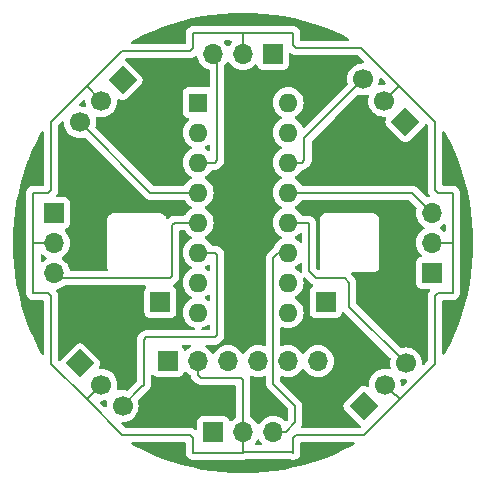
<source format=gbr>
%TF.GenerationSoftware,KiCad,Pcbnew,8.0.5*%
%TF.CreationDate,2024-12-17T18:51:12+10:00*%
%TF.ProjectId,windVane,77696e64-5661-46e6-952e-6b696361645f,rev?*%
%TF.SameCoordinates,Original*%
%TF.FileFunction,Copper,L2,Bot*%
%TF.FilePolarity,Positive*%
%FSLAX46Y46*%
G04 Gerber Fmt 4.6, Leading zero omitted, Abs format (unit mm)*
G04 Created by KiCad (PCBNEW 8.0.5) date 2024-12-17 18:51:12*
%MOMM*%
%LPD*%
G01*
G04 APERTURE LIST*
G04 Aperture macros list*
%AMHorizOval*
0 Thick line with rounded ends*
0 $1 width*
0 $2 $3 position (X,Y) of the first rounded end (center of the circle)*
0 $4 $5 position (X,Y) of the second rounded end (center of the circle)*
0 Add line between two ends*
20,1,$1,$2,$3,$4,$5,0*
0 Add two circle primitives to create the rounded ends*
1,1,$1,$2,$3*
1,1,$1,$4,$5*%
%AMRotRect*
0 Rectangle, with rotation*
0 The origin of the aperture is its center*
0 $1 length*
0 $2 width*
0 $3 Rotation angle, in degrees counterclockwise*
0 Add horizontal line*
21,1,$1,$2,0,0,$3*%
G04 Aperture macros list end*
%TA.AperFunction,ComponentPad*%
%ADD10R,1.700000X1.700000*%
%TD*%
%TA.AperFunction,ComponentPad*%
%ADD11O,1.700000X1.700000*%
%TD*%
%TA.AperFunction,ComponentPad*%
%ADD12RotRect,1.700000X1.700000X135.000000*%
%TD*%
%TA.AperFunction,ComponentPad*%
%ADD13HorizOval,1.700000X0.000000X0.000000X0.000000X0.000000X0*%
%TD*%
%TA.AperFunction,ComponentPad*%
%ADD14RotRect,1.700000X1.700000X225.000000*%
%TD*%
%TA.AperFunction,ComponentPad*%
%ADD15HorizOval,1.700000X0.000000X0.000000X0.000000X0.000000X0*%
%TD*%
%TA.AperFunction,ComponentPad*%
%ADD16R,1.600000X1.600000*%
%TD*%
%TA.AperFunction,ComponentPad*%
%ADD17O,1.600000X1.600000*%
%TD*%
%TA.AperFunction,ComponentPad*%
%ADD18RotRect,1.700000X1.700000X45.000000*%
%TD*%
%TA.AperFunction,ComponentPad*%
%ADD19HorizOval,1.700000X0.000000X0.000000X0.000000X0.000000X0*%
%TD*%
%TA.AperFunction,ComponentPad*%
%ADD20RotRect,1.700000X1.700000X315.000000*%
%TD*%
%TA.AperFunction,ComponentPad*%
%ADD21HorizOval,1.700000X0.000000X0.000000X0.000000X0.000000X0*%
%TD*%
%TA.AperFunction,Conductor*%
%ADD22C,0.200000*%
%TD*%
G04 APERTURE END LIST*
D10*
%TO.P,South1,1,Pin_1*%
%TO.N,Vdd*%
X147475000Y-117000000D03*
D11*
%TO.P,South1,2,Pin_2*%
%TO.N,GND*%
X150015000Y-117000000D03*
%TO.P,South1,3,Pin_3*%
%TO.N,South*%
X152555000Y-117000000D03*
%TD*%
D12*
%TO.P,SouthEast1,1,Pin_1*%
%TO.N,Vdd*%
X160203949Y-114796051D03*
D13*
%TO.P,SouthEast1,2,Pin_2*%
%TO.N,GND*%
X162000000Y-113000000D03*
%TO.P,SouthEast1,3,Pin_3*%
%TO.N,SouthEast*%
X163796051Y-111203949D03*
%TD*%
D14*
%TO.P,NorthEast1,1,Pin_1*%
%TO.N,Vdd*%
X163750000Y-90750000D03*
D15*
%TO.P,NorthEast1,2,Pin_2*%
%TO.N,GND*%
X161953949Y-88953949D03*
%TO.P,NorthEast1,3,Pin_3*%
%TO.N,NorthEast*%
X160157898Y-87157898D03*
%TD*%
D10*
%TO.P,West1,1,Pin_1*%
%TO.N,Vdd*%
X134000000Y-98475000D03*
D11*
%TO.P,West1,2,Pin_2*%
%TO.N,GND*%
X134000000Y-101015000D03*
%TO.P,West1,3,Pin_3*%
%TO.N,West*%
X134000000Y-103555000D03*
%TD*%
D16*
%TO.P,SN74HC165,1,Pin_1*%
%TO.N,SH{slash}~{LD}*%
X146200000Y-89125000D03*
D17*
%TO.P,SN74HC165,2,Pin_2*%
%TO.N,CLK*%
X146200000Y-91665000D03*
%TO.P,SN74HC165,3,Pin_3*%
%TO.N,North*%
X146200000Y-94205000D03*
%TO.P,SN74HC165,4,Pin_4*%
%TO.N,NorthWest*%
X146200000Y-96745000D03*
%TO.P,SN74HC165,5,Pin_5*%
%TO.N,West*%
X146200000Y-99285000D03*
%TO.P,SN74HC165,6,Pin_6*%
%TO.N,SouthWest*%
X146200000Y-101825000D03*
%TO.P,SN74HC165,7,Pin_7*%
%TO.N,~{Q}_{h}*%
X146200000Y-104365000D03*
%TO.P,SN74HC165,8,Pin_8*%
%TO.N,GND*%
X146200000Y-106905000D03*
%TO.P,SN74HC165,9,Pin_9*%
%TO.N,Q_{h}*%
X153820000Y-106905000D03*
%TO.P,SN74HC165,10,Pin_10*%
%TO.N,SER*%
X153820000Y-104365000D03*
%TO.P,SN74HC165,11,Pin_11*%
%TO.N,South*%
X153820000Y-101825000D03*
%TO.P,SN74HC165,12,Pin_12*%
%TO.N,SouthEast*%
X153820000Y-99285000D03*
%TO.P,SN74HC165,13,Pin_13*%
%TO.N,East*%
X153820000Y-96745000D03*
%TO.P,SN74HC165,14,Pin_14*%
%TO.N,NorthEast*%
X153820000Y-94205000D03*
%TO.P,SN74HC165,15,Pin_15*%
%TO.N,clkINH*%
X153820000Y-91665000D03*
%TO.P,SN74HC165,16,Pin_16*%
%TO.N,Vdd*%
X153820000Y-89125000D03*
%TD*%
D10*
%TO.P,J1,1,Pin_1*%
%TO.N,~{Q}_{h}*%
X143000000Y-106000000D03*
%TD*%
D18*
%TO.P,SouthWest1,1,Pin_1*%
%TO.N,Vdd*%
X136203949Y-111203949D03*
D19*
%TO.P,SouthWest1,2,Pin_2*%
%TO.N,GND*%
X138000000Y-113000000D03*
%TO.P,SouthWest1,3,Pin_3*%
%TO.N,SouthWest*%
X139796051Y-114796051D03*
%TD*%
D10*
%TO.P,North1,1,Pin_1*%
%TO.N,Vdd*%
X152525000Y-85000000D03*
D11*
%TO.P,North1,2,Pin_2*%
%TO.N,GND*%
X149985000Y-85000000D03*
%TO.P,North1,3,Pin_3*%
%TO.N,North*%
X147445000Y-85000000D03*
%TD*%
D10*
%TO.P,J2,1,Pin_1*%
%TO.N,SER*%
X157000000Y-106000000D03*
%TD*%
%TO.P,East1,1,Pin_1*%
%TO.N,Vdd*%
X166000000Y-103525000D03*
D11*
%TO.P,East1,2,Pin_2*%
%TO.N,GND*%
X166000000Y-100985000D03*
%TO.P,East1,3,Pin_3*%
%TO.N,East*%
X166000000Y-98445000D03*
%TD*%
D20*
%TO.P,NorthWest1,1,Pin_1*%
%TO.N,Vdd*%
X139796051Y-87203949D03*
D21*
%TO.P,NorthWest1,2,Pin_2*%
%TO.N,GND*%
X138000000Y-89000000D03*
%TO.P,NorthWest1,3,Pin_3*%
%TO.N,NorthWest*%
X136203949Y-90796051D03*
%TD*%
D10*
%TO.P,SIG1,1,Pin_1*%
%TO.N,Vdd*%
X143650000Y-111000000D03*
D11*
%TO.P,SIG1,2,Pin_2*%
%TO.N,GND*%
X146190000Y-111000000D03*
%TO.P,SIG1,3,Pin_3*%
%TO.N,CLK*%
X148730000Y-111000000D03*
%TO.P,SIG1,4,Pin_4*%
%TO.N,SH{slash}~{LD}*%
X151270000Y-111000000D03*
%TO.P,SIG1,5,Pin_5*%
%TO.N,clkINH*%
X153810000Y-111000000D03*
%TO.P,SIG1,6,Pin_6*%
%TO.N,Q_{h}*%
X156350000Y-111000000D03*
%TD*%
D22*
%TO.N,East*%
X153820000Y-96745000D02*
X164300000Y-96745000D01*
X164300000Y-96745000D02*
X166000000Y-98445000D01*
%TO.N,GND*%
X133500000Y-105250000D02*
X132250000Y-105250000D01*
X145750000Y-84500000D02*
X145750000Y-83250000D01*
X166250000Y-111250000D02*
X166250000Y-105500000D01*
X162750000Y-113750000D02*
X162000000Y-113000000D01*
X150015000Y-118735000D02*
X154235000Y-118735000D01*
X149985000Y-85000000D02*
X149985000Y-83265000D01*
X166500000Y-105250000D02*
X167750000Y-105250000D01*
X138000000Y-89000000D02*
X136750000Y-87750000D01*
X145500000Y-117250000D02*
X139750000Y-117250000D01*
X133750000Y-111250000D02*
X133750000Y-105500000D01*
X138000000Y-113000000D02*
X136750000Y-114250000D01*
X146190000Y-112200000D02*
X146190000Y-111000000D01*
X132250000Y-101000000D02*
X132265000Y-101015000D01*
X162750000Y-113750000D02*
X163000000Y-114000000D01*
X163203949Y-87703949D02*
X160000000Y-84500000D01*
X166250000Y-90750000D02*
X166250000Y-96500000D01*
X133750000Y-105500000D02*
X133500000Y-105250000D01*
X150000000Y-113000000D02*
X150000000Y-112600000D01*
X139750000Y-84750000D02*
X145500000Y-84750000D01*
X150000000Y-112600000D02*
X149800000Y-112400000D01*
X139750000Y-117250000D02*
X136750000Y-114250000D01*
X150000000Y-83250000D02*
X154250000Y-83250000D01*
X163250000Y-114250000D02*
X166250000Y-111250000D01*
X145750000Y-118750000D02*
X145750000Y-117500000D01*
X145750000Y-117500000D02*
X145500000Y-117250000D01*
X149800000Y-112400000D02*
X146400000Y-112400000D01*
X133750000Y-96500000D02*
X133500000Y-96750000D01*
X145750000Y-83250000D02*
X150000000Y-83250000D01*
X163203949Y-87703949D02*
X166250000Y-90750000D01*
X154250000Y-84250000D02*
X154250000Y-83250000D01*
X154500000Y-117250000D02*
X160250000Y-117250000D01*
X154235000Y-118735000D02*
X154250000Y-118750000D01*
X167750000Y-101000000D02*
X167750000Y-105250000D01*
X166000000Y-100985000D02*
X167735000Y-100985000D01*
X136750000Y-114250000D02*
X133750000Y-111250000D01*
X161953949Y-88953949D02*
X163203949Y-87703949D01*
X166500000Y-96750000D02*
X167750000Y-96750000D01*
X160000000Y-84500000D02*
X154500000Y-84500000D01*
X132250000Y-105250000D02*
X132250000Y-101000000D01*
X145500000Y-84750000D02*
X145750000Y-84500000D01*
X166250000Y-105500000D02*
X166500000Y-105250000D01*
X154250000Y-117500000D02*
X154500000Y-117250000D01*
X160250000Y-117250000D02*
X163250000Y-114250000D01*
X150015000Y-117000000D02*
X150015000Y-113015000D01*
X133500000Y-96750000D02*
X132250000Y-96750000D01*
X167735000Y-100985000D02*
X167750000Y-101000000D01*
X150015000Y-113015000D02*
X150000000Y-113000000D01*
X133750000Y-90750000D02*
X133750000Y-96500000D01*
X150015000Y-117000000D02*
X150015000Y-118735000D01*
X146190000Y-112200000D02*
X146200000Y-112200000D01*
X134000000Y-101015000D02*
X132265000Y-101015000D01*
X154500000Y-84500000D02*
X154250000Y-84250000D01*
X146200000Y-112200000D02*
X146400000Y-112400000D01*
X132250000Y-96750000D02*
X132250000Y-101000000D01*
X149985000Y-83265000D02*
X150000000Y-83250000D01*
X167750000Y-101000000D02*
X167750000Y-96750000D01*
X136750000Y-87750000D02*
X139750000Y-84750000D01*
X150000000Y-118750000D02*
X145750000Y-118750000D01*
X166250000Y-96500000D02*
X166500000Y-96750000D01*
X163000000Y-114000000D02*
X163250000Y-114250000D01*
X136750000Y-87750000D02*
X133750000Y-90750000D01*
X150015000Y-118735000D02*
X150000000Y-118750000D01*
X154250000Y-118750000D02*
X154250000Y-117500000D01*
%TO.N,North*%
X147800000Y-94000000D02*
X147800000Y-85355000D01*
X146200000Y-94205000D02*
X147595000Y-94205000D01*
X147595000Y-94205000D02*
X147800000Y-94000000D01*
X147800000Y-85355000D02*
X147445000Y-85000000D01*
%TO.N,NorthEast*%
X154995000Y-94205000D02*
X153820000Y-94205000D01*
X155200000Y-94000000D02*
X154995000Y-94205000D01*
X155200000Y-92115796D02*
X155200000Y-94000000D01*
X160157898Y-87157898D02*
X155200000Y-92115796D01*
%TO.N,South*%
X153600000Y-117000000D02*
X154400000Y-116200000D01*
X152975000Y-101825000D02*
X153820000Y-101825000D01*
X152555000Y-102245000D02*
X152975000Y-101825000D01*
X152555000Y-112955000D02*
X152555000Y-102245000D01*
X154400000Y-116200000D02*
X154400000Y-114800000D01*
X154400000Y-114800000D02*
X152555000Y-112955000D01*
X152555000Y-117000000D02*
X153600000Y-117000000D01*
%TO.N,SouthEast*%
X153820000Y-99285000D02*
X155485000Y-99285000D01*
X163796051Y-111203949D02*
X159000000Y-106407898D01*
X155600000Y-103400000D02*
X155600000Y-99400000D01*
X158000000Y-104000000D02*
X156200000Y-104000000D01*
X159000000Y-104400000D02*
X158600000Y-104000000D01*
X159000000Y-106407898D02*
X159000000Y-104400000D01*
X155485000Y-99285000D02*
X155600000Y-99400000D01*
X158600000Y-104000000D02*
X158000000Y-104000000D01*
X156200000Y-104000000D02*
X155600000Y-103400000D01*
%TO.N,SouthWest*%
X147800000Y-108800000D02*
X147600000Y-109000000D01*
X141600000Y-113000000D02*
X141400000Y-113200000D01*
X141400000Y-113200000D02*
X141392102Y-113200000D01*
X147600000Y-109000000D02*
X141800000Y-109000000D01*
X147800000Y-102000000D02*
X147800000Y-108800000D01*
X141600000Y-109200000D02*
X141600000Y-113000000D01*
X146200000Y-101825000D02*
X147625000Y-101825000D01*
X141392102Y-113200000D02*
X139796051Y-114796051D01*
X141800000Y-109000000D02*
X141600000Y-109200000D01*
X147625000Y-101825000D02*
X147800000Y-102000000D01*
%TO.N,West*%
X143800000Y-104000000D02*
X134445000Y-104000000D01*
X134445000Y-104000000D02*
X134000000Y-103555000D01*
X144215000Y-99285000D02*
X144000000Y-99500000D01*
X144000000Y-99500000D02*
X144000000Y-103800000D01*
X146200000Y-99285000D02*
X144215000Y-99285000D01*
X144000000Y-103800000D02*
X143800000Y-104000000D01*
%TO.N,NorthWest*%
X136203949Y-90796051D02*
X136396051Y-90796051D01*
X146200000Y-96745000D02*
X142152898Y-96745000D01*
X142152898Y-96745000D02*
X136203949Y-90796051D01*
%TD*%
%TA.AperFunction,NonConductor*%
G36*
X150872098Y-81520073D02*
G01*
X150877594Y-81520320D01*
X151745187Y-81578814D01*
X151750651Y-81579306D01*
X152614743Y-81676666D01*
X152620207Y-81677406D01*
X153479039Y-81813432D01*
X153484454Y-81814414D01*
X154336342Y-81988839D01*
X154341762Y-81990077D01*
X155184878Y-82202524D01*
X155190242Y-82204004D01*
X156023020Y-82454075D01*
X156028288Y-82455787D01*
X156849026Y-82742977D01*
X156854235Y-82744932D01*
X157661206Y-83068631D01*
X157666323Y-83070818D01*
X157713875Y-83092417D01*
X158457990Y-83430410D01*
X158462965Y-83432806D01*
X158696552Y-83551824D01*
X158918702Y-83665015D01*
X158969498Y-83712990D01*
X158986293Y-83780811D01*
X158963756Y-83846945D01*
X158909041Y-83890397D01*
X158862407Y-83899500D01*
X154974500Y-83899500D01*
X154907461Y-83879815D01*
X154861706Y-83827011D01*
X154850500Y-83775500D01*
X154850500Y-83170945D01*
X154850500Y-83170943D01*
X154809577Y-83018216D01*
X154809573Y-83018209D01*
X154730524Y-82881290D01*
X154730518Y-82881282D01*
X154618717Y-82769481D01*
X154618709Y-82769475D01*
X154481790Y-82690426D01*
X154481786Y-82690424D01*
X154481784Y-82690423D01*
X154329057Y-82649500D01*
X150079057Y-82649500D01*
X145829057Y-82649500D01*
X145670943Y-82649500D01*
X145518216Y-82690423D01*
X145518209Y-82690426D01*
X145381290Y-82769475D01*
X145381282Y-82769481D01*
X145269481Y-82881282D01*
X145269475Y-82881290D01*
X145190426Y-83018209D01*
X145190423Y-83018216D01*
X145149500Y-83170943D01*
X145149500Y-84025500D01*
X145129815Y-84092539D01*
X145077011Y-84138294D01*
X145025500Y-84149500D01*
X140664451Y-84149500D01*
X140597412Y-84129815D01*
X140551657Y-84077011D01*
X140541713Y-84007853D01*
X140570738Y-83944297D01*
X140603256Y-83917652D01*
X140620850Y-83907669D01*
X140757388Y-83830194D01*
X140762259Y-83827572D01*
X141537051Y-83432797D01*
X141541992Y-83430418D01*
X142333679Y-83070816D01*
X142338793Y-83068631D01*
X142464476Y-83018216D01*
X143145769Y-82744930D01*
X143150973Y-82742977D01*
X143971711Y-82455787D01*
X143976966Y-82454079D01*
X144809763Y-82204002D01*
X144815114Y-82202525D01*
X145658252Y-81990073D01*
X145663648Y-81988841D01*
X146515553Y-81814413D01*
X146520952Y-81813433D01*
X147379798Y-81677405D01*
X147385250Y-81676667D01*
X148249352Y-81579306D01*
X148254808Y-81578814D01*
X149122407Y-81520320D01*
X149127899Y-81520073D01*
X149997238Y-81500562D01*
X150002762Y-81500562D01*
X150872098Y-81520073D01*
G37*
%TD.AperFunction*%
%TA.AperFunction,NonConductor*%
G36*
X148992280Y-83870185D02*
G01*
X149038035Y-83922989D01*
X149047979Y-83992147D01*
X149018954Y-84055703D01*
X149012922Y-84062181D01*
X148946505Y-84128597D01*
X148816575Y-84314158D01*
X148761998Y-84357783D01*
X148692500Y-84364977D01*
X148630145Y-84333454D01*
X148613425Y-84314158D01*
X148483494Y-84128597D01*
X148417078Y-84062181D01*
X148383593Y-84000858D01*
X148388577Y-83931166D01*
X148430449Y-83875233D01*
X148495913Y-83850816D01*
X148504759Y-83850500D01*
X148925241Y-83850500D01*
X148992280Y-83870185D01*
G37*
%TD.AperFunction*%
%TA.AperFunction,NonConductor*%
G36*
X161718760Y-87068441D02*
G01*
X161725238Y-87074473D01*
X162037374Y-87386609D01*
X162070859Y-87447932D01*
X162065875Y-87517624D01*
X162024003Y-87573557D01*
X161959330Y-87597678D01*
X161959343Y-87597818D01*
X161958839Y-87597862D01*
X161958539Y-87597974D01*
X161956884Y-87598033D01*
X161718545Y-87618885D01*
X161718532Y-87618888D01*
X161617848Y-87645865D01*
X161547998Y-87644202D01*
X161490136Y-87605038D01*
X161462633Y-87540810D01*
X161465981Y-87493997D01*
X161478324Y-87447932D01*
X161492961Y-87393306D01*
X161513557Y-87157898D01*
X161513557Y-87157897D01*
X161514029Y-87152504D01*
X161516331Y-87152705D01*
X161533242Y-87095115D01*
X161586046Y-87049360D01*
X161655204Y-87039416D01*
X161718760Y-87068441D01*
G37*
%TD.AperFunction*%
%TA.AperFunction,NonConductor*%
G36*
X136563675Y-88888073D02*
G01*
X136619608Y-88929945D01*
X136643730Y-88994618D01*
X136643869Y-88994606D01*
X136643912Y-88995108D01*
X136644025Y-88995409D01*
X136644084Y-88997065D01*
X136664936Y-89235403D01*
X136664939Y-89235416D01*
X136691916Y-89336100D01*
X136690253Y-89405950D01*
X136651090Y-89463812D01*
X136586861Y-89491315D01*
X136540049Y-89487967D01*
X136439365Y-89460990D01*
X136439361Y-89460989D01*
X136439357Y-89460988D01*
X136439355Y-89460987D01*
X136439352Y-89460987D01*
X136198555Y-89439920D01*
X136198756Y-89437617D01*
X136141165Y-89420707D01*
X136095410Y-89367903D01*
X136085466Y-89298745D01*
X136114491Y-89235189D01*
X136120523Y-89228711D01*
X136432660Y-88916574D01*
X136493983Y-88883089D01*
X136563675Y-88888073D01*
G37*
%TD.AperFunction*%
%TA.AperFunction,NonConductor*%
G36*
X147138350Y-92684070D02*
G01*
X147186163Y-92735019D01*
X147199500Y-92790962D01*
X147199500Y-93079037D01*
X147179815Y-93146076D01*
X147127011Y-93191831D01*
X147057853Y-93201775D01*
X147004377Y-93180612D01*
X146852734Y-93074432D01*
X146852728Y-93074429D01*
X146794725Y-93047382D01*
X146742285Y-93001210D01*
X146723133Y-92934017D01*
X146743348Y-92867135D01*
X146794725Y-92822618D01*
X146852734Y-92795568D01*
X147004378Y-92689386D01*
X147070583Y-92667060D01*
X147138350Y-92684070D01*
G37*
%TD.AperFunction*%
%TA.AperFunction,NonConductor*%
G36*
X146037072Y-85164675D02*
G01*
X146093006Y-85206545D01*
X146113515Y-85248764D01*
X146171094Y-85463655D01*
X146171096Y-85463659D01*
X146171097Y-85463663D01*
X146241252Y-85614111D01*
X146270965Y-85677830D01*
X146270967Y-85677834D01*
X146357856Y-85801923D01*
X146406505Y-85871401D01*
X146573599Y-86038495D01*
X146670384Y-86106265D01*
X146767165Y-86174032D01*
X146767167Y-86174033D01*
X146767170Y-86174035D01*
X146981337Y-86273903D01*
X147106774Y-86307513D01*
X147107592Y-86307732D01*
X147167253Y-86344096D01*
X147197783Y-86406943D01*
X147199500Y-86427507D01*
X147199500Y-87702756D01*
X147179815Y-87769795D01*
X147127011Y-87815550D01*
X147062247Y-87826045D01*
X147047873Y-87824500D01*
X147047864Y-87824500D01*
X145352129Y-87824500D01*
X145352123Y-87824501D01*
X145292516Y-87830908D01*
X145157671Y-87881202D01*
X145157664Y-87881206D01*
X145042455Y-87967452D01*
X145042452Y-87967455D01*
X144956206Y-88082664D01*
X144956202Y-88082671D01*
X144905908Y-88217517D01*
X144899501Y-88277116D01*
X144899500Y-88277135D01*
X144899500Y-89972870D01*
X144899501Y-89972876D01*
X144905908Y-90032483D01*
X144956202Y-90167328D01*
X144956206Y-90167335D01*
X145042452Y-90282544D01*
X145042455Y-90282547D01*
X145157664Y-90368793D01*
X145157671Y-90368797D01*
X145200498Y-90384770D01*
X145292517Y-90419091D01*
X145327596Y-90422862D01*
X145392144Y-90449599D01*
X145431993Y-90506991D01*
X145434488Y-90576816D01*
X145398836Y-90636905D01*
X145385464Y-90647725D01*
X145360858Y-90664954D01*
X145199954Y-90825858D01*
X145069432Y-91012265D01*
X145069431Y-91012267D01*
X144973261Y-91218502D01*
X144973258Y-91218511D01*
X144914366Y-91438302D01*
X144914364Y-91438313D01*
X144894532Y-91664998D01*
X144894532Y-91665001D01*
X144914364Y-91891686D01*
X144914366Y-91891697D01*
X144973258Y-92111488D01*
X144973261Y-92111497D01*
X145069431Y-92317732D01*
X145069432Y-92317734D01*
X145199954Y-92504141D01*
X145360858Y-92665045D01*
X145360861Y-92665047D01*
X145547266Y-92795568D01*
X145605275Y-92822618D01*
X145657714Y-92868791D01*
X145676866Y-92935984D01*
X145656650Y-93002865D01*
X145605275Y-93047382D01*
X145547267Y-93074431D01*
X145547265Y-93074432D01*
X145360858Y-93204954D01*
X145199954Y-93365858D01*
X145069432Y-93552265D01*
X145069431Y-93552267D01*
X144973261Y-93758502D01*
X144973258Y-93758511D01*
X144914366Y-93978302D01*
X144914364Y-93978313D01*
X144894532Y-94204998D01*
X144894532Y-94205001D01*
X144914364Y-94431686D01*
X144914366Y-94431697D01*
X144973258Y-94651488D01*
X144973261Y-94651497D01*
X145069431Y-94857732D01*
X145069432Y-94857734D01*
X145199954Y-95044141D01*
X145360858Y-95205045D01*
X145360861Y-95205047D01*
X145547266Y-95335568D01*
X145605275Y-95362618D01*
X145657714Y-95408791D01*
X145676866Y-95475984D01*
X145656650Y-95542865D01*
X145605275Y-95587382D01*
X145547267Y-95614431D01*
X145547265Y-95614432D01*
X145360858Y-95744954D01*
X145199954Y-95905858D01*
X145123450Y-96015118D01*
X145069881Y-96091624D01*
X145015307Y-96135248D01*
X144968308Y-96144500D01*
X142452995Y-96144500D01*
X142385956Y-96124815D01*
X142365314Y-96108181D01*
X137536715Y-91279582D01*
X137503230Y-91218259D01*
X137504621Y-91159808D01*
X137505812Y-91155360D01*
X137539012Y-91031459D01*
X137559608Y-90796051D01*
X137539012Y-90560643D01*
X137512032Y-90459951D01*
X137513695Y-90390101D01*
X137552858Y-90332239D01*
X137617086Y-90304735D01*
X137663900Y-90308083D01*
X137764592Y-90335063D01*
X137952918Y-90351539D01*
X137999999Y-90355659D01*
X138000000Y-90355659D01*
X138000001Y-90355659D01*
X138044805Y-90351739D01*
X138235408Y-90335063D01*
X138463663Y-90273903D01*
X138677830Y-90174035D01*
X138871401Y-90038495D01*
X139038495Y-89871401D01*
X139174035Y-89677830D01*
X139273903Y-89463663D01*
X139335063Y-89235408D01*
X139355659Y-89000000D01*
X139351892Y-88956951D01*
X139365658Y-88888454D01*
X139414272Y-88838271D01*
X139482300Y-88822336D01*
X139526932Y-88833351D01*
X139653591Y-88891195D01*
X139653592Y-88891195D01*
X139653594Y-88891196D01*
X139796051Y-88911677D01*
X139938508Y-88891196D01*
X140069424Y-88831408D01*
X140116107Y-88793789D01*
X141385889Y-87524005D01*
X141423510Y-87477322D01*
X141483298Y-87346406D01*
X141503779Y-87203949D01*
X141483298Y-87061492D01*
X141477757Y-87049360D01*
X141423511Y-86930578D01*
X141423510Y-86930577D01*
X141423510Y-86930576D01*
X141385891Y-86883893D01*
X141385886Y-86883888D01*
X141385882Y-86883883D01*
X140116110Y-85614114D01*
X140116100Y-85614105D01*
X140063384Y-85571622D01*
X140065367Y-85569160D01*
X140028409Y-85528017D01*
X140017233Y-85459048D01*
X140045118Y-85394984D01*
X140103212Y-85356166D01*
X140140266Y-85350500D01*
X145413331Y-85350500D01*
X145413347Y-85350501D01*
X145420943Y-85350501D01*
X145579054Y-85350501D01*
X145579057Y-85350501D01*
X145731785Y-85309577D01*
X145790040Y-85275943D01*
X145868716Y-85230520D01*
X145906060Y-85193175D01*
X145967380Y-85159691D01*
X146037072Y-85164675D01*
G37*
%TD.AperFunction*%
%TA.AperFunction,NonConductor*%
G36*
X159794140Y-88458570D02*
G01*
X159845255Y-88472266D01*
X159922490Y-88492961D01*
X160110816Y-88509437D01*
X160157897Y-88513557D01*
X160157898Y-88513557D01*
X160157899Y-88513557D01*
X160197132Y-88510124D01*
X160393306Y-88492961D01*
X160493997Y-88465981D01*
X160563847Y-88467644D01*
X160621709Y-88506807D01*
X160649213Y-88571035D01*
X160645865Y-88617848D01*
X160618888Y-88718532D01*
X160618885Y-88718545D01*
X160598290Y-88953948D01*
X160598290Y-88953949D01*
X160618885Y-89189352D01*
X160618887Y-89189362D01*
X160680043Y-89417604D01*
X160680045Y-89417608D01*
X160680046Y-89417612D01*
X160779914Y-89631779D01*
X160779916Y-89631783D01*
X160812159Y-89677830D01*
X160915454Y-89825350D01*
X161082548Y-89992444D01*
X161139730Y-90032483D01*
X161276114Y-90127981D01*
X161276116Y-90127982D01*
X161276119Y-90127984D01*
X161490286Y-90227852D01*
X161718541Y-90289012D01*
X161953949Y-90309608D01*
X161996996Y-90305841D01*
X162065493Y-90319606D01*
X162115677Y-90368221D01*
X162131612Y-90436249D01*
X162120597Y-90480880D01*
X162062754Y-90607536D01*
X162062752Y-90607544D01*
X162042272Y-90750000D01*
X162062752Y-90892455D01*
X162062753Y-90892459D01*
X162122539Y-91023370D01*
X162122540Y-91023371D01*
X162122541Y-91023373D01*
X162160160Y-91070056D01*
X162160163Y-91070059D01*
X162160168Y-91070065D01*
X163218923Y-92128817D01*
X163429944Y-92339838D01*
X163429948Y-92339841D01*
X163429950Y-92339843D01*
X163476626Y-92377459D01*
X163607540Y-92437246D01*
X163607541Y-92437246D01*
X163607543Y-92437247D01*
X163750000Y-92457728D01*
X163892457Y-92437247D01*
X164023373Y-92377459D01*
X164070056Y-92339840D01*
X165339838Y-91070056D01*
X165377459Y-91023373D01*
X165396280Y-90982160D01*
X165442033Y-90929357D01*
X165509072Y-90909672D01*
X165576112Y-90929356D01*
X165596751Y-90945986D01*
X165613180Y-90962415D01*
X165646665Y-91023735D01*
X165649500Y-91050097D01*
X165649500Y-96413330D01*
X165649499Y-96413348D01*
X165649499Y-96579054D01*
X165649498Y-96579054D01*
X165649499Y-96579056D01*
X165649499Y-96579057D01*
X165690423Y-96731785D01*
X165690424Y-96731787D01*
X165690423Y-96731787D01*
X165698053Y-96745001D01*
X165698054Y-96745002D01*
X165769477Y-96868712D01*
X165769481Y-96868717D01*
X165806823Y-96906059D01*
X165840308Y-96967382D01*
X165835324Y-97037074D01*
X165793452Y-97093007D01*
X165751235Y-97113515D01*
X165636242Y-97144327D01*
X165566392Y-97142664D01*
X165516468Y-97112233D01*
X164787590Y-96383355D01*
X164787588Y-96383352D01*
X164668717Y-96264481D01*
X164668716Y-96264480D01*
X164581904Y-96214360D01*
X164581904Y-96214359D01*
X164581900Y-96214358D01*
X164531785Y-96185423D01*
X164379057Y-96144499D01*
X164220943Y-96144499D01*
X164213347Y-96144499D01*
X164213331Y-96144500D01*
X155051692Y-96144500D01*
X154984653Y-96124815D01*
X154950119Y-96091625D01*
X154820047Y-95905861D01*
X154820045Y-95905858D01*
X154659141Y-95744954D01*
X154472734Y-95614432D01*
X154472728Y-95614429D01*
X154414725Y-95587382D01*
X154362285Y-95541210D01*
X154343133Y-95474017D01*
X154363348Y-95407135D01*
X154414725Y-95362618D01*
X154472734Y-95335568D01*
X154659139Y-95205047D01*
X154820047Y-95044139D01*
X154950117Y-94858377D01*
X155004693Y-94814753D01*
X155051692Y-94805501D01*
X155074054Y-94805501D01*
X155074057Y-94805501D01*
X155226785Y-94764577D01*
X155276904Y-94735639D01*
X155363716Y-94685520D01*
X155475520Y-94573716D01*
X155475520Y-94573714D01*
X155680520Y-94368716D01*
X155759577Y-94231784D01*
X155800501Y-94079057D01*
X155800501Y-93920942D01*
X155800501Y-93913347D01*
X155800500Y-93913329D01*
X155800500Y-92415893D01*
X155820185Y-92348854D01*
X155836819Y-92328212D01*
X157745942Y-90419089D01*
X159674368Y-88490662D01*
X159735689Y-88457179D01*
X159794140Y-88458570D01*
G37*
%TD.AperFunction*%
%TA.AperFunction,NonConductor*%
G36*
X167068834Y-99388576D02*
G01*
X167124767Y-99430448D01*
X167149184Y-99495912D01*
X167149500Y-99504758D01*
X167149500Y-99925241D01*
X167129815Y-99992280D01*
X167077011Y-100038035D01*
X167007853Y-100047979D01*
X166944297Y-100018954D01*
X166937819Y-100012923D01*
X166917176Y-99992280D01*
X166871401Y-99946505D01*
X166871397Y-99946502D01*
X166871396Y-99946501D01*
X166685842Y-99816575D01*
X166642217Y-99761998D01*
X166635023Y-99692500D01*
X166666546Y-99630145D01*
X166685842Y-99613425D01*
X166831124Y-99511697D01*
X166871401Y-99483495D01*
X166937819Y-99417077D01*
X166999142Y-99383592D01*
X167068834Y-99388576D01*
G37*
%TD.AperFunction*%
%TA.AperFunction,NonConductor*%
G36*
X154918834Y-100127867D02*
G01*
X154974767Y-100169739D01*
X154999184Y-100235203D01*
X154999500Y-100244049D01*
X154999500Y-100865951D01*
X154979815Y-100932990D01*
X154927011Y-100978745D01*
X154857853Y-100988689D01*
X154794297Y-100959664D01*
X154787819Y-100953632D01*
X154659141Y-100824954D01*
X154472734Y-100694432D01*
X154472728Y-100694429D01*
X154414725Y-100667382D01*
X154362285Y-100621210D01*
X154343133Y-100554017D01*
X154363348Y-100487135D01*
X154414725Y-100442618D01*
X154472734Y-100415568D01*
X154659139Y-100285047D01*
X154708983Y-100235203D01*
X154787819Y-100156368D01*
X154849142Y-100122883D01*
X154918834Y-100127867D01*
G37*
%TD.AperFunction*%
%TA.AperFunction,NonConductor*%
G36*
X133055703Y-101981045D02*
G01*
X133062181Y-101987077D01*
X133128597Y-102053493D01*
X133128603Y-102053498D01*
X133314158Y-102183425D01*
X133357783Y-102238002D01*
X133364977Y-102307500D01*
X133333454Y-102369855D01*
X133314158Y-102386575D01*
X133128597Y-102516505D01*
X133062181Y-102582922D01*
X133000858Y-102616407D01*
X132931166Y-102611423D01*
X132875233Y-102569551D01*
X132850816Y-102504087D01*
X132850500Y-102495241D01*
X132850500Y-102074758D01*
X132870185Y-102007719D01*
X132922989Y-101961964D01*
X132992147Y-101952020D01*
X133055703Y-101981045D01*
G37*
%TD.AperFunction*%
%TA.AperFunction,NonConductor*%
G36*
X147138350Y-102844070D02*
G01*
X147186163Y-102895019D01*
X147199500Y-102950962D01*
X147199500Y-103239037D01*
X147179815Y-103306076D01*
X147127011Y-103351831D01*
X147057853Y-103361775D01*
X147004377Y-103340612D01*
X146852734Y-103234432D01*
X146852728Y-103234429D01*
X146794725Y-103207382D01*
X146742285Y-103161210D01*
X146723133Y-103094017D01*
X146743348Y-103027135D01*
X146794725Y-102982618D01*
X146852734Y-102955568D01*
X147004378Y-102849386D01*
X147070583Y-102827060D01*
X147138350Y-102844070D01*
G37*
%TD.AperFunction*%
%TA.AperFunction,NonConductor*%
G36*
X134767624Y-90684125D02*
G01*
X134823557Y-90725997D01*
X134847678Y-90790669D01*
X134847818Y-90790657D01*
X134847862Y-90791160D01*
X134847974Y-90791461D01*
X134848033Y-90793115D01*
X134868885Y-91031454D01*
X134868887Y-91031464D01*
X134930043Y-91259706D01*
X134930045Y-91259710D01*
X134930046Y-91259714D01*
X134932074Y-91264062D01*
X135029914Y-91473881D01*
X135029916Y-91473885D01*
X135097734Y-91570738D01*
X135165454Y-91667452D01*
X135332548Y-91834546D01*
X135414152Y-91891686D01*
X135526114Y-91970083D01*
X135526116Y-91970084D01*
X135526119Y-91970086D01*
X135740286Y-92069954D01*
X135968541Y-92131114D01*
X136156867Y-92147590D01*
X136203948Y-92151710D01*
X136203949Y-92151710D01*
X136203950Y-92151710D01*
X136243183Y-92148277D01*
X136439357Y-92131114D01*
X136567706Y-92096723D01*
X136637555Y-92098386D01*
X136687480Y-92128817D01*
X141668037Y-97109374D01*
X141668047Y-97109385D01*
X141672377Y-97113715D01*
X141672378Y-97113716D01*
X141784182Y-97225520D01*
X141784184Y-97225521D01*
X141784188Y-97225524D01*
X141856811Y-97267452D01*
X141921114Y-97304577D01*
X142032917Y-97334534D01*
X142073840Y-97345500D01*
X142073841Y-97345500D01*
X144968308Y-97345500D01*
X145035347Y-97365185D01*
X145069880Y-97398374D01*
X145153304Y-97517517D01*
X145199954Y-97584141D01*
X145360858Y-97745045D01*
X145360861Y-97745047D01*
X145547266Y-97875568D01*
X145605275Y-97902618D01*
X145657714Y-97948791D01*
X145676866Y-98015984D01*
X145656650Y-98082865D01*
X145605275Y-98127382D01*
X145547267Y-98154431D01*
X145547265Y-98154432D01*
X145360858Y-98284954D01*
X145199954Y-98445858D01*
X145138512Y-98533608D01*
X145069881Y-98631624D01*
X145015307Y-98675248D01*
X144968308Y-98684500D01*
X144301669Y-98684500D01*
X144301653Y-98684499D01*
X144294057Y-98684499D01*
X144135943Y-98684499D01*
X144028587Y-98713265D01*
X143983210Y-98725424D01*
X143983209Y-98725425D01*
X143933096Y-98754359D01*
X143933095Y-98754360D01*
X143889689Y-98779420D01*
X143846285Y-98804479D01*
X143846282Y-98804481D01*
X143734478Y-98916286D01*
X143734477Y-98916287D01*
X143698046Y-98952717D01*
X143636722Y-98986202D01*
X143567031Y-98981216D01*
X143511098Y-98939344D01*
X143490591Y-98897128D01*
X143474883Y-98838504D01*
X143466392Y-98806814D01*
X143465044Y-98804480D01*
X143436108Y-98754361D01*
X143400500Y-98692686D01*
X143307314Y-98599500D01*
X143250250Y-98566554D01*
X143193187Y-98533608D01*
X143129539Y-98516554D01*
X143065892Y-98499500D01*
X139065892Y-98499500D01*
X138934108Y-98499500D01*
X138806812Y-98533608D01*
X138692686Y-98599500D01*
X138692683Y-98599502D01*
X138599502Y-98692683D01*
X138599500Y-98692686D01*
X138533608Y-98806812D01*
X138509409Y-98897128D01*
X138499500Y-98934108D01*
X138499500Y-103065892D01*
X138507563Y-103095984D01*
X138533608Y-103193186D01*
X138545336Y-103213499D01*
X138561809Y-103281399D01*
X138538957Y-103347426D01*
X138484036Y-103390617D01*
X138437949Y-103399500D01*
X135451623Y-103399500D01*
X135384584Y-103379815D01*
X135338829Y-103327011D01*
X135331848Y-103307593D01*
X135273905Y-103091344D01*
X135273904Y-103091343D01*
X135273903Y-103091337D01*
X135174035Y-102877171D01*
X135137537Y-102825045D01*
X135038494Y-102683597D01*
X134871402Y-102516506D01*
X134871396Y-102516501D01*
X134685842Y-102386575D01*
X134642217Y-102331998D01*
X134635023Y-102262500D01*
X134666546Y-102200145D01*
X134685842Y-102183425D01*
X134720674Y-102159035D01*
X134871401Y-102053495D01*
X135038495Y-101886401D01*
X135174035Y-101692830D01*
X135273903Y-101478663D01*
X135335063Y-101250408D01*
X135355659Y-101015000D01*
X135335063Y-100779592D01*
X135275148Y-100555984D01*
X135273905Y-100551344D01*
X135273904Y-100551343D01*
X135273903Y-100551337D01*
X135174035Y-100337171D01*
X135153027Y-100307169D01*
X135038496Y-100143600D01*
X134987868Y-100092972D01*
X134916567Y-100021671D01*
X134883084Y-99960351D01*
X134888068Y-99890659D01*
X134929939Y-99834725D01*
X134960915Y-99817810D01*
X135092331Y-99768796D01*
X135207546Y-99682546D01*
X135293796Y-99567331D01*
X135344091Y-99432483D01*
X135350500Y-99372873D01*
X135350499Y-97577128D01*
X135344091Y-97517517D01*
X135343344Y-97515515D01*
X135293797Y-97382671D01*
X135293793Y-97382664D01*
X135207547Y-97267455D01*
X135207544Y-97267452D01*
X135092335Y-97181206D01*
X135092328Y-97181202D01*
X134957482Y-97130908D01*
X134957483Y-97130908D01*
X134897883Y-97124501D01*
X134897881Y-97124500D01*
X134897873Y-97124500D01*
X134897865Y-97124500D01*
X134274098Y-97124500D01*
X134207059Y-97104815D01*
X134161304Y-97052011D01*
X134151360Y-96982853D01*
X134180385Y-96919297D01*
X134186417Y-96912819D01*
X134193177Y-96906059D01*
X134230520Y-96868716D01*
X134309577Y-96731784D01*
X134350500Y-96579057D01*
X134350500Y-91050097D01*
X134370185Y-90983058D01*
X134386819Y-90962416D01*
X134636609Y-90712626D01*
X134697932Y-90679141D01*
X134767624Y-90684125D01*
G37*
%TD.AperFunction*%
%TA.AperFunction,NonConductor*%
G36*
X154918834Y-102667867D02*
G01*
X154974767Y-102709739D01*
X154999184Y-102775203D01*
X154999500Y-102784049D01*
X154999500Y-103313330D01*
X154999499Y-103313348D01*
X154999499Y-103405950D01*
X154979814Y-103472989D01*
X154927010Y-103518744D01*
X154857852Y-103528688D01*
X154794296Y-103499663D01*
X154787818Y-103493631D01*
X154659141Y-103364954D01*
X154472734Y-103234432D01*
X154472728Y-103234429D01*
X154414725Y-103207382D01*
X154362285Y-103161210D01*
X154343133Y-103094017D01*
X154363348Y-103027135D01*
X154414725Y-102982618D01*
X154472734Y-102955568D01*
X154659139Y-102825047D01*
X154708983Y-102775203D01*
X154787819Y-102696368D01*
X154849142Y-102662883D01*
X154918834Y-102667867D01*
G37*
%TD.AperFunction*%
%TA.AperFunction,NonConductor*%
G36*
X147138350Y-105384070D02*
G01*
X147186163Y-105435019D01*
X147199500Y-105490962D01*
X147199500Y-105779037D01*
X147179815Y-105846076D01*
X147127011Y-105891831D01*
X147057853Y-105901775D01*
X147004377Y-105880612D01*
X146852734Y-105774432D01*
X146852728Y-105774429D01*
X146794725Y-105747382D01*
X146742285Y-105701210D01*
X146723133Y-105634017D01*
X146743348Y-105567135D01*
X146794725Y-105522618D01*
X146852734Y-105495568D01*
X147004378Y-105389386D01*
X147070583Y-105367060D01*
X147138350Y-105384070D01*
G37*
%TD.AperFunction*%
%TA.AperFunction,NonConductor*%
G36*
X147138350Y-107924070D02*
G01*
X147186163Y-107975019D01*
X147199500Y-108030962D01*
X147199500Y-108275500D01*
X147179815Y-108342539D01*
X147127011Y-108388294D01*
X147075500Y-108399500D01*
X146589072Y-108399500D01*
X146522033Y-108379815D01*
X146476278Y-108327011D01*
X146466334Y-108257853D01*
X146495359Y-108194297D01*
X146554137Y-108156523D01*
X146556979Y-108155725D01*
X146596990Y-108145003D01*
X146646496Y-108131739D01*
X146852734Y-108035568D01*
X147004378Y-107929386D01*
X147070583Y-107907060D01*
X147138350Y-107924070D01*
G37*
%TD.AperFunction*%
%TA.AperFunction,NonConductor*%
G36*
X145507929Y-109620185D02*
G01*
X145553684Y-109672989D01*
X145563628Y-109742147D01*
X145534603Y-109805703D01*
X145512013Y-109826075D01*
X145318600Y-109961503D01*
X145196673Y-110083430D01*
X145135350Y-110116914D01*
X145065658Y-110111930D01*
X145009725Y-110070058D01*
X144992810Y-110039081D01*
X144943797Y-109907671D01*
X144943793Y-109907664D01*
X144862305Y-109798811D01*
X144837887Y-109733347D01*
X144852738Y-109665074D01*
X144902143Y-109615668D01*
X144961571Y-109600500D01*
X145440890Y-109600500D01*
X145507929Y-109620185D01*
G37*
%TD.AperFunction*%
%TA.AperFunction,NonConductor*%
G36*
X154080702Y-84930384D02*
G01*
X154087180Y-84936416D01*
X154131284Y-84980520D01*
X154131286Y-84980521D01*
X154131290Y-84980524D01*
X154206762Y-85024097D01*
X154268216Y-85059577D01*
X154380019Y-85089534D01*
X154420942Y-85100500D01*
X154420943Y-85100500D01*
X159699903Y-85100500D01*
X159766942Y-85120185D01*
X159787584Y-85136819D01*
X160241323Y-85590558D01*
X160274808Y-85651881D01*
X160269824Y-85721573D01*
X160227952Y-85777506D01*
X160163279Y-85801627D01*
X160163292Y-85801767D01*
X160162788Y-85801811D01*
X160162488Y-85801923D01*
X160160833Y-85801982D01*
X159922494Y-85822834D01*
X159922484Y-85822836D01*
X159694242Y-85883992D01*
X159694235Y-85883994D01*
X159694235Y-85883995D01*
X159680714Y-85890299D01*
X159480069Y-85983862D01*
X159480067Y-85983863D01*
X159286495Y-86119403D01*
X159119403Y-86286495D01*
X158983863Y-86480067D01*
X158983862Y-86480069D01*
X158883996Y-86694233D01*
X158883992Y-86694242D01*
X158822836Y-86922484D01*
X158822834Y-86922494D01*
X158802239Y-87157897D01*
X158802239Y-87157898D01*
X158822834Y-87393301D01*
X158822836Y-87393311D01*
X158857225Y-87521653D01*
X158855562Y-87591503D01*
X158825131Y-87641427D01*
X155235982Y-91230577D01*
X155174659Y-91264062D01*
X155104967Y-91259078D01*
X155049034Y-91217206D01*
X155035919Y-91195301D01*
X154977516Y-91070056D01*
X154950568Y-91012266D01*
X154820047Y-90825861D01*
X154820045Y-90825858D01*
X154659141Y-90664954D01*
X154472734Y-90534432D01*
X154472728Y-90534429D01*
X154414725Y-90507382D01*
X154362285Y-90461210D01*
X154343133Y-90394017D01*
X154363348Y-90327135D01*
X154414725Y-90282618D01*
X154472734Y-90255568D01*
X154659139Y-90125047D01*
X154820047Y-89964139D01*
X154950568Y-89777734D01*
X155046739Y-89571496D01*
X155105635Y-89351692D01*
X155125468Y-89125000D01*
X155105635Y-88898308D01*
X155046739Y-88678504D01*
X154950568Y-88472266D01*
X154820047Y-88285861D01*
X154820045Y-88285858D01*
X154659141Y-88124954D01*
X154472734Y-87994432D01*
X154472732Y-87994431D01*
X154266497Y-87898261D01*
X154266488Y-87898258D01*
X154046697Y-87839366D01*
X154046693Y-87839365D01*
X154046692Y-87839365D01*
X154046691Y-87839364D01*
X154046686Y-87839364D01*
X153820002Y-87819532D01*
X153819998Y-87819532D01*
X153593313Y-87839364D01*
X153593302Y-87839366D01*
X153373511Y-87898258D01*
X153373502Y-87898261D01*
X153167267Y-87994431D01*
X153167265Y-87994432D01*
X152980858Y-88124954D01*
X152819954Y-88285858D01*
X152689432Y-88472265D01*
X152689431Y-88472267D01*
X152593261Y-88678502D01*
X152593258Y-88678511D01*
X152534366Y-88898302D01*
X152534364Y-88898313D01*
X152514532Y-89124998D01*
X152514532Y-89125001D01*
X152534364Y-89351686D01*
X152534366Y-89351697D01*
X152593258Y-89571488D01*
X152593261Y-89571497D01*
X152689431Y-89777732D01*
X152689432Y-89777734D01*
X152819954Y-89964141D01*
X152980858Y-90125045D01*
X153027693Y-90157839D01*
X153167266Y-90255568D01*
X153225275Y-90282618D01*
X153277714Y-90328791D01*
X153296866Y-90395984D01*
X153276650Y-90462865D01*
X153225275Y-90507382D01*
X153167267Y-90534431D01*
X153167265Y-90534432D01*
X152980858Y-90664954D01*
X152819954Y-90825858D01*
X152689432Y-91012265D01*
X152689431Y-91012267D01*
X152593261Y-91218502D01*
X152593258Y-91218511D01*
X152534366Y-91438302D01*
X152534364Y-91438313D01*
X152514532Y-91664998D01*
X152514532Y-91665001D01*
X152534364Y-91891686D01*
X152534366Y-91891697D01*
X152593258Y-92111488D01*
X152593261Y-92111497D01*
X152689431Y-92317732D01*
X152689432Y-92317734D01*
X152819954Y-92504141D01*
X152980858Y-92665045D01*
X152980861Y-92665047D01*
X153167266Y-92795568D01*
X153225275Y-92822618D01*
X153277714Y-92868791D01*
X153296866Y-92935984D01*
X153276650Y-93002865D01*
X153225275Y-93047382D01*
X153167267Y-93074431D01*
X153167265Y-93074432D01*
X152980858Y-93204954D01*
X152819954Y-93365858D01*
X152689432Y-93552265D01*
X152689431Y-93552267D01*
X152593261Y-93758502D01*
X152593258Y-93758511D01*
X152534366Y-93978302D01*
X152534364Y-93978313D01*
X152514532Y-94204998D01*
X152514532Y-94205001D01*
X152534364Y-94431686D01*
X152534366Y-94431697D01*
X152593258Y-94651488D01*
X152593261Y-94651497D01*
X152689431Y-94857732D01*
X152689432Y-94857734D01*
X152819954Y-95044141D01*
X152980858Y-95205045D01*
X152980861Y-95205047D01*
X153167266Y-95335568D01*
X153225275Y-95362618D01*
X153277714Y-95408791D01*
X153296866Y-95475984D01*
X153276650Y-95542865D01*
X153225275Y-95587382D01*
X153167267Y-95614431D01*
X153167265Y-95614432D01*
X152980858Y-95744954D01*
X152819954Y-95905858D01*
X152689432Y-96092265D01*
X152689431Y-96092267D01*
X152593261Y-96298502D01*
X152593258Y-96298511D01*
X152534366Y-96518302D01*
X152534364Y-96518313D01*
X152514532Y-96744998D01*
X152514532Y-96745001D01*
X152534364Y-96971686D01*
X152534366Y-96971697D01*
X152593258Y-97191488D01*
X152593261Y-97191497D01*
X152689431Y-97397732D01*
X152689432Y-97397734D01*
X152819954Y-97584141D01*
X152980858Y-97745045D01*
X152980861Y-97745047D01*
X153167266Y-97875568D01*
X153225275Y-97902618D01*
X153277714Y-97948791D01*
X153296866Y-98015984D01*
X153276650Y-98082865D01*
X153225275Y-98127382D01*
X153167267Y-98154431D01*
X153167265Y-98154432D01*
X152980858Y-98284954D01*
X152819954Y-98445858D01*
X152689432Y-98632265D01*
X152689431Y-98632267D01*
X152593261Y-98838502D01*
X152593258Y-98838511D01*
X152534366Y-99058302D01*
X152534364Y-99058313D01*
X152514532Y-99284998D01*
X152514532Y-99285001D01*
X152534364Y-99511686D01*
X152534366Y-99511697D01*
X152593258Y-99731488D01*
X152593261Y-99731497D01*
X152689431Y-99937732D01*
X152689432Y-99937734D01*
X152819954Y-100124141D01*
X152980858Y-100285045D01*
X152980861Y-100285047D01*
X153167266Y-100415568D01*
X153225275Y-100442618D01*
X153277714Y-100488791D01*
X153296866Y-100555984D01*
X153276650Y-100622865D01*
X153225275Y-100667382D01*
X153167267Y-100694431D01*
X153167265Y-100694432D01*
X152980858Y-100824954D01*
X152819954Y-100985858D01*
X152689430Y-101172268D01*
X152620851Y-101319336D01*
X152596150Y-101354612D01*
X152179217Y-101771546D01*
X152179214Y-101771548D01*
X152179215Y-101771549D01*
X152074478Y-101876286D01*
X152048696Y-101920943D01*
X152033623Y-101947051D01*
X151995423Y-102013215D01*
X151954499Y-102165943D01*
X151954499Y-102165945D01*
X151954499Y-102334046D01*
X151954500Y-102334059D01*
X151954500Y-109634434D01*
X151934815Y-109701473D01*
X151882011Y-109747228D01*
X151812853Y-109757172D01*
X151778096Y-109746816D01*
X151733669Y-109726099D01*
X151733655Y-109726094D01*
X151505413Y-109664938D01*
X151505403Y-109664936D01*
X151270001Y-109644341D01*
X151269999Y-109644341D01*
X151034596Y-109664936D01*
X151034586Y-109664938D01*
X150806344Y-109726094D01*
X150806335Y-109726098D01*
X150592171Y-109825964D01*
X150592169Y-109825965D01*
X150398597Y-109961505D01*
X150231505Y-110128597D01*
X150101575Y-110314158D01*
X150046998Y-110357783D01*
X149977500Y-110364977D01*
X149915145Y-110333454D01*
X149898425Y-110314158D01*
X149768494Y-110128597D01*
X149601402Y-109961506D01*
X149601395Y-109961501D01*
X149407834Y-109825967D01*
X149407830Y-109825965D01*
X149349598Y-109798811D01*
X149193663Y-109726097D01*
X149193659Y-109726096D01*
X149193655Y-109726094D01*
X148965413Y-109664938D01*
X148965403Y-109664936D01*
X148730001Y-109644341D01*
X148729999Y-109644341D01*
X148494596Y-109664936D01*
X148494586Y-109664938D01*
X148266344Y-109726094D01*
X148266335Y-109726098D01*
X148052171Y-109825964D01*
X148052169Y-109825965D01*
X147858597Y-109961505D01*
X147691505Y-110128597D01*
X147561575Y-110314158D01*
X147506998Y-110357783D01*
X147437500Y-110364977D01*
X147375145Y-110333454D01*
X147358425Y-110314158D01*
X147228494Y-110128597D01*
X147061402Y-109961506D01*
X147061396Y-109961501D01*
X146867987Y-109826075D01*
X146824362Y-109771498D01*
X146817168Y-109702000D01*
X146848691Y-109639645D01*
X146908921Y-109604231D01*
X146939110Y-109600500D01*
X147513331Y-109600500D01*
X147513347Y-109600501D01*
X147520943Y-109600501D01*
X147679054Y-109600501D01*
X147679057Y-109600501D01*
X147831785Y-109559577D01*
X147906046Y-109516702D01*
X147968716Y-109480520D01*
X148080520Y-109368716D01*
X148080520Y-109368715D01*
X148097948Y-109351287D01*
X148097953Y-109351280D01*
X148280520Y-109168716D01*
X148359577Y-109031784D01*
X148400501Y-108879057D01*
X148400501Y-108720942D01*
X148400501Y-108713347D01*
X148400500Y-108713329D01*
X148400500Y-101920943D01*
X148396771Y-101907029D01*
X148396770Y-101907024D01*
X148365987Y-101792139D01*
X148365987Y-101792138D01*
X148360470Y-101771549D01*
X148359577Y-101768216D01*
X148359575Y-101768213D01*
X148359574Y-101768209D01*
X148280524Y-101631290D01*
X148280521Y-101631286D01*
X148280520Y-101631284D01*
X148168716Y-101519480D01*
X148168715Y-101519479D01*
X148164385Y-101515149D01*
X148164374Y-101515139D01*
X148112590Y-101463355D01*
X148112588Y-101463352D01*
X147993717Y-101344481D01*
X147993716Y-101344480D01*
X147906904Y-101294360D01*
X147906904Y-101294359D01*
X147906900Y-101294358D01*
X147856785Y-101265423D01*
X147704057Y-101224499D01*
X147545943Y-101224499D01*
X147538347Y-101224499D01*
X147538331Y-101224500D01*
X147431692Y-101224500D01*
X147364653Y-101204815D01*
X147330119Y-101171625D01*
X147200047Y-100985861D01*
X147200045Y-100985858D01*
X147039141Y-100824954D01*
X146852734Y-100694432D01*
X146852728Y-100694429D01*
X146794725Y-100667382D01*
X146742285Y-100621210D01*
X146723133Y-100554017D01*
X146743348Y-100487135D01*
X146794725Y-100442618D01*
X146852734Y-100415568D01*
X147039139Y-100285047D01*
X147200047Y-100124139D01*
X147330568Y-99937734D01*
X147426739Y-99731496D01*
X147485635Y-99511692D01*
X147505468Y-99285000D01*
X147502345Y-99249309D01*
X147495251Y-99168216D01*
X147485635Y-99058308D01*
X147426739Y-98838504D01*
X147330568Y-98632266D01*
X147200047Y-98445861D01*
X147200045Y-98445858D01*
X147039141Y-98284954D01*
X146852734Y-98154432D01*
X146852728Y-98154429D01*
X146794725Y-98127382D01*
X146742285Y-98081210D01*
X146723133Y-98014017D01*
X146743348Y-97947135D01*
X146794725Y-97902618D01*
X146852734Y-97875568D01*
X147039139Y-97745047D01*
X147200047Y-97584139D01*
X147330568Y-97397734D01*
X147426739Y-97191496D01*
X147485635Y-96971692D01*
X147505468Y-96745000D01*
X147485635Y-96518308D01*
X147426739Y-96298504D01*
X147330568Y-96092266D01*
X147200047Y-95905861D01*
X147200045Y-95905858D01*
X147039141Y-95744954D01*
X146852734Y-95614432D01*
X146852728Y-95614429D01*
X146794725Y-95587382D01*
X146742285Y-95541210D01*
X146723133Y-95474017D01*
X146743348Y-95407135D01*
X146794725Y-95362618D01*
X146852734Y-95335568D01*
X147039139Y-95205047D01*
X147200047Y-95044139D01*
X147330118Y-94858375D01*
X147384693Y-94814752D01*
X147431692Y-94805500D01*
X147508331Y-94805500D01*
X147508347Y-94805501D01*
X147515943Y-94805501D01*
X147674054Y-94805501D01*
X147674057Y-94805501D01*
X147826785Y-94764577D01*
X147876904Y-94735639D01*
X147963716Y-94685520D01*
X148075520Y-94573716D01*
X148075520Y-94573714D01*
X148280520Y-94368716D01*
X148359577Y-94231784D01*
X148400501Y-94079057D01*
X148400501Y-93920942D01*
X148400501Y-93913347D01*
X148400500Y-93913329D01*
X148400500Y-86005758D01*
X148420185Y-85938719D01*
X148436819Y-85918077D01*
X148457032Y-85897864D01*
X148483495Y-85871401D01*
X148613425Y-85685842D01*
X148668002Y-85642217D01*
X148737500Y-85635023D01*
X148799855Y-85666546D01*
X148816575Y-85685842D01*
X148946500Y-85871395D01*
X148946505Y-85871401D01*
X149113599Y-86038495D01*
X149210384Y-86106265D01*
X149307165Y-86174032D01*
X149307167Y-86174033D01*
X149307170Y-86174035D01*
X149521337Y-86273903D01*
X149521343Y-86273904D01*
X149521344Y-86273905D01*
X149568339Y-86286497D01*
X149749592Y-86335063D01*
X149926034Y-86350500D01*
X149984999Y-86355659D01*
X149985000Y-86355659D01*
X149985001Y-86355659D01*
X150043966Y-86350500D01*
X150220408Y-86335063D01*
X150448663Y-86273903D01*
X150662830Y-86174035D01*
X150856401Y-86038495D01*
X150978329Y-85916566D01*
X151039648Y-85883084D01*
X151109340Y-85888068D01*
X151165274Y-85929939D01*
X151182189Y-85960917D01*
X151231202Y-86092328D01*
X151231206Y-86092335D01*
X151317452Y-86207544D01*
X151317455Y-86207547D01*
X151432664Y-86293793D01*
X151432671Y-86293797D01*
X151567517Y-86344091D01*
X151567516Y-86344091D01*
X151574444Y-86344835D01*
X151627127Y-86350500D01*
X153422872Y-86350499D01*
X153482483Y-86344091D01*
X153617331Y-86293796D01*
X153732546Y-86207546D01*
X153818796Y-86092331D01*
X153869091Y-85957483D01*
X153875500Y-85897873D01*
X153875499Y-85024096D01*
X153895183Y-84957058D01*
X153947987Y-84911303D01*
X154017146Y-84901359D01*
X154080702Y-84930384D01*
G37*
%TD.AperFunction*%
%TA.AperFunction,NonConductor*%
G36*
X133101421Y-91566410D02*
G01*
X133142374Y-91623019D01*
X133149500Y-91664451D01*
X133149500Y-96025500D01*
X133129815Y-96092539D01*
X133077011Y-96138294D01*
X133025500Y-96149500D01*
X132170943Y-96149500D01*
X132018216Y-96190423D01*
X132018209Y-96190426D01*
X131881290Y-96269475D01*
X131881282Y-96269481D01*
X131769481Y-96381282D01*
X131769475Y-96381290D01*
X131690426Y-96518209D01*
X131690423Y-96518216D01*
X131649500Y-96670943D01*
X131649500Y-100913330D01*
X131649499Y-100913348D01*
X131649499Y-101089046D01*
X131649500Y-101089059D01*
X131649500Y-105329057D01*
X131677893Y-105435019D01*
X131690423Y-105481783D01*
X131690426Y-105481790D01*
X131769475Y-105618709D01*
X131769479Y-105618714D01*
X131769480Y-105618716D01*
X131881284Y-105730520D01*
X131881286Y-105730521D01*
X131881290Y-105730524D01*
X131971611Y-105782670D01*
X132018216Y-105809577D01*
X132170943Y-105850500D01*
X132329057Y-105850500D01*
X133025500Y-105850500D01*
X133092539Y-105870185D01*
X133138294Y-105922989D01*
X133149500Y-105974500D01*
X133149500Y-110335548D01*
X133129815Y-110402587D01*
X133077011Y-110448342D01*
X133007853Y-110458286D01*
X132944297Y-110429261D01*
X132917652Y-110396743D01*
X132830202Y-110242625D01*
X132827565Y-110237725D01*
X132721680Y-110029914D01*
X132432806Y-109462965D01*
X132430410Y-109457990D01*
X132094963Y-108719480D01*
X132070818Y-108666323D01*
X132068631Y-108661206D01*
X131744932Y-107854235D01*
X131742977Y-107849026D01*
X131455787Y-107028288D01*
X131454075Y-107023020D01*
X131222629Y-106252266D01*
X131204004Y-106190242D01*
X131202524Y-106184878D01*
X131080650Y-105701210D01*
X130990075Y-105341756D01*
X130988838Y-105336337D01*
X130814414Y-104484454D01*
X130813432Y-104479039D01*
X130677406Y-103620207D01*
X130676666Y-103614743D01*
X130579306Y-102750651D01*
X130578814Y-102745187D01*
X130520320Y-101877594D01*
X130520073Y-101872098D01*
X130500562Y-101002762D01*
X130500562Y-100997218D01*
X130520073Y-100127899D01*
X130520320Y-100122407D01*
X130578814Y-99254808D01*
X130579306Y-99249352D01*
X130676667Y-98385250D01*
X130677405Y-98379798D01*
X130813433Y-97520952D01*
X130814413Y-97515553D01*
X130988841Y-96663648D01*
X130990077Y-96658237D01*
X131010030Y-96579055D01*
X131202525Y-95815114D01*
X131204004Y-95809757D01*
X131454079Y-94976966D01*
X131455787Y-94971711D01*
X131742977Y-94150973D01*
X131744932Y-94145764D01*
X131835115Y-93920942D01*
X132068632Y-93338789D01*
X132070818Y-93333676D01*
X132430418Y-92541992D01*
X132432797Y-92537051D01*
X132827572Y-91762259D01*
X132830202Y-91757374D01*
X132917652Y-91603256D01*
X132967857Y-91554663D01*
X133036364Y-91540928D01*
X133101421Y-91566410D01*
G37*
%TD.AperFunction*%
%TA.AperFunction,NonConductor*%
G36*
X167055703Y-91570738D02*
G01*
X167082348Y-91603256D01*
X167169797Y-91757374D01*
X167172434Y-91762274D01*
X167567184Y-92537015D01*
X167569598Y-92542029D01*
X167929181Y-93333676D01*
X167931368Y-93338793D01*
X168255067Y-94145764D01*
X168257022Y-94150973D01*
X168544212Y-94971711D01*
X168545932Y-94977004D01*
X168795995Y-95809757D01*
X168797475Y-95815121D01*
X169009922Y-96658237D01*
X169011161Y-96663662D01*
X169185579Y-97515515D01*
X169186572Y-97520990D01*
X169322589Y-98379767D01*
X169323336Y-98385281D01*
X169420689Y-99249309D01*
X169421188Y-99254852D01*
X169479677Y-100122373D01*
X169479927Y-100127932D01*
X169499437Y-100997218D01*
X169499437Y-101002782D01*
X169479927Y-101872067D01*
X169479677Y-101877626D01*
X169421188Y-102745147D01*
X169420689Y-102750690D01*
X169323336Y-103614718D01*
X169322589Y-103620232D01*
X169186572Y-104479009D01*
X169185579Y-104484484D01*
X169011161Y-105336337D01*
X169009922Y-105341762D01*
X168797475Y-106184878D01*
X168795995Y-106190242D01*
X168545932Y-107022995D01*
X168544212Y-107028288D01*
X168257022Y-107849026D01*
X168255067Y-107854235D01*
X167931368Y-108661206D01*
X167929181Y-108666323D01*
X167569598Y-109457970D01*
X167567184Y-109462984D01*
X167172434Y-110237725D01*
X167169797Y-110242625D01*
X167082348Y-110396743D01*
X167032143Y-110445335D01*
X166963637Y-110459071D01*
X166898580Y-110433589D01*
X166857627Y-110376980D01*
X166850500Y-110335548D01*
X166850500Y-105974500D01*
X166870185Y-105907461D01*
X166922989Y-105861706D01*
X166974500Y-105850500D01*
X167829055Y-105850500D01*
X167829057Y-105850500D01*
X167981784Y-105809577D01*
X168118716Y-105730520D01*
X168230520Y-105618716D01*
X168309577Y-105481784D01*
X168350500Y-105329057D01*
X168350500Y-100920943D01*
X168350500Y-100920942D01*
X168350500Y-96670943D01*
X168309577Y-96518216D01*
X168231714Y-96383352D01*
X168230524Y-96381290D01*
X168230518Y-96381282D01*
X168118717Y-96269481D01*
X168118709Y-96269475D01*
X167981790Y-96190426D01*
X167981786Y-96190424D01*
X167981784Y-96190423D01*
X167829057Y-96149500D01*
X167829056Y-96149500D01*
X166974500Y-96149500D01*
X166907461Y-96129815D01*
X166861706Y-96077011D01*
X166850500Y-96025500D01*
X166850500Y-91664451D01*
X166870185Y-91597412D01*
X166922989Y-91551657D01*
X166992147Y-91541713D01*
X167055703Y-91570738D01*
G37*
%TD.AperFunction*%
%TA.AperFunction,NonConductor*%
G36*
X164066942Y-97365185D02*
G01*
X164087584Y-97381819D01*
X164667233Y-97961468D01*
X164700718Y-98022791D01*
X164699327Y-98081241D01*
X164664939Y-98209583D01*
X164664936Y-98209596D01*
X164644341Y-98444999D01*
X164644341Y-98445000D01*
X164664936Y-98680403D01*
X164664938Y-98680413D01*
X164726094Y-98908655D01*
X164726096Y-98908659D01*
X164726097Y-98908663D01*
X164783278Y-99031288D01*
X164825965Y-99122830D01*
X164825967Y-99122834D01*
X164918408Y-99254852D01*
X164939518Y-99285001D01*
X164961501Y-99316395D01*
X164961506Y-99316402D01*
X165128597Y-99483493D01*
X165128603Y-99483498D01*
X165314158Y-99613425D01*
X165357783Y-99668002D01*
X165364977Y-99737500D01*
X165333454Y-99799855D01*
X165314158Y-99816575D01*
X165128597Y-99946505D01*
X164961505Y-100113597D01*
X164825965Y-100307169D01*
X164825964Y-100307171D01*
X164726098Y-100521335D01*
X164726094Y-100521344D01*
X164664938Y-100749586D01*
X164664936Y-100749596D01*
X164644341Y-100984999D01*
X164644341Y-100985000D01*
X164664936Y-101220403D01*
X164664938Y-101220413D01*
X164726094Y-101448655D01*
X164726096Y-101448659D01*
X164726097Y-101448663D01*
X164757100Y-101515149D01*
X164825965Y-101662830D01*
X164825967Y-101662834D01*
X164916508Y-101792139D01*
X164939518Y-101825001D01*
X164961501Y-101856395D01*
X164961506Y-101856402D01*
X165083430Y-101978326D01*
X165116915Y-102039649D01*
X165111931Y-102109341D01*
X165070059Y-102165274D01*
X165039083Y-102182189D01*
X164907669Y-102231203D01*
X164907664Y-102231206D01*
X164792455Y-102317452D01*
X164792452Y-102317455D01*
X164706206Y-102432664D01*
X164706202Y-102432671D01*
X164655908Y-102567517D01*
X164649501Y-102627116D01*
X164649500Y-102627135D01*
X164649500Y-104422870D01*
X164649501Y-104422876D01*
X164655908Y-104482483D01*
X164706202Y-104617328D01*
X164706206Y-104617335D01*
X164792452Y-104732544D01*
X164792455Y-104732547D01*
X164907664Y-104818793D01*
X164907671Y-104818797D01*
X165042517Y-104869091D01*
X165042516Y-104869091D01*
X165049444Y-104869835D01*
X165102127Y-104875500D01*
X165725903Y-104875499D01*
X165792941Y-104895183D01*
X165838696Y-104947987D01*
X165848640Y-105017146D01*
X165819615Y-105080702D01*
X165813584Y-105087179D01*
X165769481Y-105131282D01*
X165769479Y-105131285D01*
X165727419Y-105204137D01*
X165727418Y-105204138D01*
X165727102Y-105204686D01*
X165690423Y-105268215D01*
X165649499Y-105420943D01*
X165649499Y-105420945D01*
X165649499Y-105589046D01*
X165649500Y-105589059D01*
X165649500Y-110949902D01*
X165629815Y-111016941D01*
X165613181Y-111037583D01*
X165363391Y-111287373D01*
X165302068Y-111320858D01*
X165232376Y-111315874D01*
X165176443Y-111274002D01*
X165152321Y-111209330D01*
X165152182Y-111209343D01*
X165152137Y-111208837D01*
X165152026Y-111208538D01*
X165151966Y-111206885D01*
X165151709Y-111203953D01*
X165151710Y-111203949D01*
X165131114Y-110968541D01*
X165069954Y-110740286D01*
X164970086Y-110526120D01*
X164922589Y-110458286D01*
X164834545Y-110332546D01*
X164667453Y-110165455D01*
X164667446Y-110165450D01*
X164473885Y-110029916D01*
X164473881Y-110029914D01*
X164259714Y-109930046D01*
X164259710Y-109930045D01*
X164259706Y-109930043D01*
X164031464Y-109868887D01*
X164031454Y-109868885D01*
X163796052Y-109848290D01*
X163796050Y-109848290D01*
X163560647Y-109868885D01*
X163560634Y-109868888D01*
X163432292Y-109903276D01*
X163362443Y-109901613D01*
X163312519Y-109871182D01*
X159636819Y-106195482D01*
X159603334Y-106134159D01*
X159600500Y-106107801D01*
X159600500Y-104320943D01*
X159595461Y-104302140D01*
X159595460Y-104302136D01*
X159566159Y-104192782D01*
X159566159Y-104192781D01*
X159559577Y-104168215D01*
X159559576Y-104168213D01*
X159480524Y-104031290D01*
X159480521Y-104031286D01*
X159480520Y-104031284D01*
X159368716Y-103919480D01*
X159368715Y-103919479D01*
X159364385Y-103915149D01*
X159364374Y-103915139D01*
X159161416Y-103712181D01*
X159127931Y-103650858D01*
X159132915Y-103581166D01*
X159174787Y-103525233D01*
X159240251Y-103500816D01*
X159249097Y-103500500D01*
X161065890Y-103500500D01*
X161065892Y-103500500D01*
X161193186Y-103466392D01*
X161307314Y-103400500D01*
X161400500Y-103307314D01*
X161466392Y-103193186D01*
X161500500Y-103065892D01*
X161500500Y-98934108D01*
X161466392Y-98806814D01*
X161465044Y-98804480D01*
X161436108Y-98754361D01*
X161400500Y-98692686D01*
X161307314Y-98599500D01*
X161250250Y-98566554D01*
X161193187Y-98533608D01*
X161129539Y-98516554D01*
X161065892Y-98499500D01*
X157065892Y-98499500D01*
X156934108Y-98499500D01*
X156806812Y-98533608D01*
X156692686Y-98599500D01*
X156692683Y-98599502D01*
X156599502Y-98692683D01*
X156599500Y-98692686D01*
X156533608Y-98806812D01*
X156509409Y-98897128D01*
X156499500Y-98934108D01*
X156499500Y-103065892D01*
X156507299Y-103095000D01*
X156520416Y-103143951D01*
X156518753Y-103213801D01*
X156479590Y-103271663D01*
X156415362Y-103299167D01*
X156346460Y-103287580D01*
X156312960Y-103263725D01*
X156236819Y-103187584D01*
X156203334Y-103126261D01*
X156200500Y-103099903D01*
X156200500Y-99489060D01*
X156200501Y-99489047D01*
X156200501Y-99320944D01*
X156190869Y-99284998D01*
X156159577Y-99168216D01*
X156153603Y-99157869D01*
X156080523Y-99031288D01*
X156080520Y-99031284D01*
X155965520Y-98916285D01*
X155965520Y-98916284D01*
X155853717Y-98804481D01*
X155853716Y-98804480D01*
X155766904Y-98754360D01*
X155766904Y-98754359D01*
X155766900Y-98754358D01*
X155716785Y-98725423D01*
X155564057Y-98684499D01*
X155405943Y-98684499D01*
X155398347Y-98684499D01*
X155398331Y-98684500D01*
X155051692Y-98684500D01*
X154984653Y-98664815D01*
X154950119Y-98631625D01*
X154820047Y-98445861D01*
X154820045Y-98445858D01*
X154659141Y-98284954D01*
X154472734Y-98154432D01*
X154472728Y-98154429D01*
X154414725Y-98127382D01*
X154362285Y-98081210D01*
X154343133Y-98014017D01*
X154363348Y-97947135D01*
X154414725Y-97902618D01*
X154472734Y-97875568D01*
X154659139Y-97745047D01*
X154820047Y-97584139D01*
X154950118Y-97398375D01*
X155004693Y-97354752D01*
X155051692Y-97345500D01*
X163999903Y-97345500D01*
X164066942Y-97365185D01*
G37*
%TD.AperFunction*%
%TA.AperFunction,NonConductor*%
G36*
X163459951Y-112512032D02*
G01*
X163560643Y-112539012D01*
X163758756Y-112556345D01*
X163801445Y-112560080D01*
X163801243Y-112562382D01*
X163858833Y-112579293D01*
X163904588Y-112632097D01*
X163914532Y-112701255D01*
X163885507Y-112764811D01*
X163879475Y-112771289D01*
X163567340Y-113083423D01*
X163506017Y-113116908D01*
X163436325Y-113111924D01*
X163380392Y-113070052D01*
X163356271Y-113005381D01*
X163356131Y-113005394D01*
X163356086Y-113004887D01*
X163355975Y-113004588D01*
X163355916Y-113002936D01*
X163345206Y-112880524D01*
X163335063Y-112764592D01*
X163308083Y-112663900D01*
X163309746Y-112594050D01*
X163348909Y-112536188D01*
X163413137Y-112508684D01*
X163459951Y-112512032D01*
G37*
%TD.AperFunction*%
%TA.AperFunction,NonConductor*%
G36*
X145035347Y-99905185D02*
G01*
X145069880Y-99938374D01*
X145128207Y-100021674D01*
X145199954Y-100124141D01*
X145360858Y-100285045D01*
X145360861Y-100285047D01*
X145547266Y-100415568D01*
X145605275Y-100442618D01*
X145657714Y-100488791D01*
X145676866Y-100555984D01*
X145656650Y-100622865D01*
X145605275Y-100667382D01*
X145547267Y-100694431D01*
X145547265Y-100694432D01*
X145360858Y-100824954D01*
X145199954Y-100985858D01*
X145069432Y-101172265D01*
X145069431Y-101172267D01*
X144973261Y-101378502D01*
X144973258Y-101378511D01*
X144914366Y-101598302D01*
X144914364Y-101598313D01*
X144894532Y-101824998D01*
X144894532Y-101825001D01*
X144914364Y-102051686D01*
X144914366Y-102051697D01*
X144973258Y-102271488D01*
X144973261Y-102271497D01*
X145069431Y-102477732D01*
X145069432Y-102477734D01*
X145199954Y-102664141D01*
X145360858Y-102825045D01*
X145360861Y-102825047D01*
X145547266Y-102955568D01*
X145605275Y-102982618D01*
X145657714Y-103028791D01*
X145676866Y-103095984D01*
X145656650Y-103162865D01*
X145605275Y-103207382D01*
X145547267Y-103234431D01*
X145547265Y-103234432D01*
X145360858Y-103364954D01*
X145199954Y-103525858D01*
X145069432Y-103712265D01*
X145069431Y-103712267D01*
X144973261Y-103918502D01*
X144973258Y-103918511D01*
X144914366Y-104138302D01*
X144914364Y-104138313D01*
X144894532Y-104364998D01*
X144894532Y-104365001D01*
X144914364Y-104591686D01*
X144914366Y-104591697D01*
X144973258Y-104811488D01*
X144973261Y-104811497D01*
X145069431Y-105017732D01*
X145069432Y-105017734D01*
X145199954Y-105204141D01*
X145360858Y-105365045D01*
X145360861Y-105365047D01*
X145547266Y-105495568D01*
X145605275Y-105522618D01*
X145657714Y-105568791D01*
X145676866Y-105635984D01*
X145656650Y-105702865D01*
X145605275Y-105747382D01*
X145547267Y-105774431D01*
X145547265Y-105774432D01*
X145360858Y-105904954D01*
X145199954Y-106065858D01*
X145069432Y-106252265D01*
X145069431Y-106252267D01*
X144973261Y-106458502D01*
X144973258Y-106458511D01*
X144914366Y-106678302D01*
X144914364Y-106678313D01*
X144894532Y-106904998D01*
X144894532Y-106905001D01*
X144914364Y-107131686D01*
X144914366Y-107131697D01*
X144973258Y-107351488D01*
X144973261Y-107351497D01*
X145069431Y-107557732D01*
X145069432Y-107557734D01*
X145199954Y-107744141D01*
X145360858Y-107905045D01*
X145360861Y-107905047D01*
X145547266Y-108035568D01*
X145753504Y-108131739D01*
X145753509Y-108131740D01*
X145753511Y-108131741D01*
X145843021Y-108155725D01*
X145902682Y-108192090D01*
X145933211Y-108254937D01*
X145924916Y-108324312D01*
X145880431Y-108378190D01*
X145813879Y-108399465D01*
X145810928Y-108399500D01*
X141886670Y-108399500D01*
X141886654Y-108399499D01*
X141879058Y-108399499D01*
X141720943Y-108399499D01*
X141644579Y-108419961D01*
X141568214Y-108440423D01*
X141568209Y-108440426D01*
X141431290Y-108519475D01*
X141431282Y-108519481D01*
X141119481Y-108831282D01*
X141119479Y-108831285D01*
X141069361Y-108918094D01*
X141069359Y-108918096D01*
X141040425Y-108968209D01*
X141040424Y-108968210D01*
X141040423Y-108968215D01*
X140999499Y-109120943D01*
X140999499Y-109120945D01*
X140999499Y-109289046D01*
X140999500Y-109289059D01*
X140999500Y-112692004D01*
X140979815Y-112759043D01*
X140963181Y-112779685D01*
X140911580Y-112831286D01*
X140279581Y-113463284D01*
X140218258Y-113496769D01*
X140159807Y-113495378D01*
X140031464Y-113460989D01*
X140031454Y-113460987D01*
X139796052Y-113440392D01*
X139796050Y-113440392D01*
X139560647Y-113460987D01*
X139560634Y-113460990D01*
X139459950Y-113487967D01*
X139390100Y-113486304D01*
X139332238Y-113447140D01*
X139304735Y-113382912D01*
X139308083Y-113336099D01*
X139311401Y-113323716D01*
X139335063Y-113235408D01*
X139355659Y-113000000D01*
X139335063Y-112764592D01*
X139273903Y-112536337D01*
X139174035Y-112322171D01*
X139169679Y-112315949D01*
X139038494Y-112128597D01*
X138871402Y-111961506D01*
X138871395Y-111961501D01*
X138677834Y-111825967D01*
X138677830Y-111825965D01*
X138677828Y-111825964D01*
X138463663Y-111726097D01*
X138463659Y-111726096D01*
X138463655Y-111726094D01*
X138235413Y-111664938D01*
X138235403Y-111664936D01*
X138000001Y-111644341D01*
X137999998Y-111644341D01*
X137956952Y-111648107D01*
X137888452Y-111634340D01*
X137838269Y-111585725D01*
X137822336Y-111517696D01*
X137833351Y-111473067D01*
X137837650Y-111463655D01*
X137891196Y-111346406D01*
X137911677Y-111203949D01*
X137891196Y-111061492D01*
X137863690Y-111001264D01*
X137831409Y-110930578D01*
X137831408Y-110930577D01*
X137831408Y-110930576D01*
X137793789Y-110883893D01*
X137793784Y-110883888D01*
X137793780Y-110883883D01*
X136524008Y-109614114D01*
X136524002Y-109614109D01*
X136523998Y-109614105D01*
X136477322Y-109576489D01*
X136346408Y-109516702D01*
X136346404Y-109516701D01*
X136203949Y-109496221D01*
X136061493Y-109516701D01*
X136061489Y-109516702D01*
X135930578Y-109576488D01*
X135883883Y-109614117D01*
X134614114Y-110883889D01*
X134614105Y-110883899D01*
X134571622Y-110936616D01*
X134569167Y-110934638D01*
X134527963Y-110971615D01*
X134458988Y-110982759D01*
X134394938Y-110954843D01*
X134356148Y-110896730D01*
X134350500Y-110859733D01*
X134350500Y-105420945D01*
X134350500Y-105420943D01*
X134309577Y-105268216D01*
X134309573Y-105268209D01*
X134230524Y-105131290D01*
X134230521Y-105131286D01*
X134230520Y-105131284D01*
X134193176Y-105093940D01*
X134159691Y-105032617D01*
X134164675Y-104962925D01*
X134206547Y-104906992D01*
X134248762Y-104886484D01*
X134463663Y-104828903D01*
X134677830Y-104729035D01*
X134829371Y-104622924D01*
X134895577Y-104600598D01*
X134900494Y-104600500D01*
X141688429Y-104600500D01*
X141755468Y-104620185D01*
X141801223Y-104672989D01*
X141811167Y-104742147D01*
X141787695Y-104798811D01*
X141706206Y-104907664D01*
X141706202Y-104907671D01*
X141655908Y-105042517D01*
X141651107Y-105087179D01*
X141649501Y-105102123D01*
X141649500Y-105102135D01*
X141649500Y-106897870D01*
X141649501Y-106897876D01*
X141655908Y-106957483D01*
X141706202Y-107092328D01*
X141706206Y-107092335D01*
X141792452Y-107207544D01*
X141792455Y-107207547D01*
X141907664Y-107293793D01*
X141907671Y-107293797D01*
X142042517Y-107344091D01*
X142042516Y-107344091D01*
X142049444Y-107344835D01*
X142102127Y-107350500D01*
X143897872Y-107350499D01*
X143957483Y-107344091D01*
X144092331Y-107293796D01*
X144207546Y-107207546D01*
X144293796Y-107092331D01*
X144344091Y-106957483D01*
X144350500Y-106897873D01*
X144350499Y-105102128D01*
X144344091Y-105042517D01*
X144334628Y-105017146D01*
X144293797Y-104907671D01*
X144293793Y-104907664D01*
X144207547Y-104792455D01*
X144105876Y-104716343D01*
X144064006Y-104660409D01*
X144059022Y-104590717D01*
X144092508Y-104529395D01*
X144118183Y-104509694D01*
X144168716Y-104480520D01*
X144280520Y-104368716D01*
X144280520Y-104368714D01*
X144480520Y-104168716D01*
X144480811Y-104168213D01*
X144542405Y-104061527D01*
X144559577Y-104031784D01*
X144600501Y-103879057D01*
X144600501Y-103720942D01*
X144600501Y-103713347D01*
X144600500Y-103713329D01*
X144600500Y-100009500D01*
X144620185Y-99942461D01*
X144672989Y-99896706D01*
X144724500Y-99885500D01*
X144968308Y-99885500D01*
X145035347Y-99905185D01*
G37*
%TD.AperFunction*%
%TA.AperFunction,NonConductor*%
G36*
X138405949Y-114309746D02*
G01*
X138463811Y-114348909D01*
X138491315Y-114413137D01*
X138487967Y-114459950D01*
X138460990Y-114560634D01*
X138460987Y-114560647D01*
X138439920Y-114801445D01*
X138437617Y-114801243D01*
X138420707Y-114858833D01*
X138367903Y-114904588D01*
X138298745Y-114914532D01*
X138235189Y-114885507D01*
X138228711Y-114879475D01*
X137916576Y-114567340D01*
X137883091Y-114506017D01*
X137888075Y-114436325D01*
X137929947Y-114380392D01*
X137994618Y-114356270D01*
X137994606Y-114356131D01*
X137995111Y-114356086D01*
X137995411Y-114355975D01*
X137997063Y-114355915D01*
X137999994Y-114355658D01*
X138000000Y-114355659D01*
X138235408Y-114335063D01*
X138336099Y-114308083D01*
X138405949Y-114309746D01*
G37*
%TD.AperFunction*%
%TA.AperFunction,NonConductor*%
G36*
X150736467Y-112241322D02*
G01*
X150806337Y-112273903D01*
X151034592Y-112335063D01*
X151211034Y-112350500D01*
X151269999Y-112355659D01*
X151270000Y-112355659D01*
X151270001Y-112355659D01*
X151328966Y-112350500D01*
X151505408Y-112335063D01*
X151733663Y-112273903D01*
X151778095Y-112253183D01*
X151847171Y-112242691D01*
X151910955Y-112271210D01*
X151949196Y-112329686D01*
X151954500Y-112365565D01*
X151954500Y-112868330D01*
X151954499Y-112868348D01*
X151954499Y-113034054D01*
X151954498Y-113034054D01*
X151995424Y-113186789D01*
X151995425Y-113186790D01*
X152021403Y-113231784D01*
X152021405Y-113231786D01*
X152074479Y-113323714D01*
X152074481Y-113323717D01*
X152193349Y-113442585D01*
X152193355Y-113442590D01*
X153763181Y-115012416D01*
X153796666Y-115073739D01*
X153799500Y-115100097D01*
X153799500Y-115899902D01*
X153779815Y-115966941D01*
X153763181Y-115987583D01*
X153695511Y-116055253D01*
X153634188Y-116088738D01*
X153564496Y-116083754D01*
X153520149Y-116055253D01*
X153426402Y-115961506D01*
X153426395Y-115961501D01*
X153232834Y-115825967D01*
X153232830Y-115825965D01*
X153227085Y-115823286D01*
X153018663Y-115726097D01*
X153018659Y-115726096D01*
X153018655Y-115726094D01*
X152790413Y-115664938D01*
X152790403Y-115664936D01*
X152555001Y-115644341D01*
X152554999Y-115644341D01*
X152319596Y-115664936D01*
X152319586Y-115664938D01*
X152091344Y-115726094D01*
X152091335Y-115726098D01*
X151877171Y-115825964D01*
X151877169Y-115825965D01*
X151683597Y-115961505D01*
X151516505Y-116128597D01*
X151386575Y-116314158D01*
X151331998Y-116357783D01*
X151262500Y-116364977D01*
X151200145Y-116333454D01*
X151183425Y-116314158D01*
X151053494Y-116128597D01*
X150886402Y-115961506D01*
X150886395Y-115961501D01*
X150692831Y-115825965D01*
X150692826Y-115825962D01*
X150687091Y-115823288D01*
X150634653Y-115777113D01*
X150615500Y-115710908D01*
X150615500Y-112935946D01*
X150615499Y-112935939D01*
X150604725Y-112895727D01*
X150600500Y-112863636D01*
X150600500Y-112689060D01*
X150600501Y-112689047D01*
X150600501Y-112520944D01*
X150600500Y-112520940D01*
X150597216Y-112508684D01*
X150564288Y-112385797D01*
X150565950Y-112315949D01*
X150605111Y-112258086D01*
X150669340Y-112230581D01*
X150736467Y-112241322D01*
G37*
%TD.AperFunction*%
%TA.AperFunction,NonConductor*%
G36*
X155259017Y-103917896D02*
G01*
X155292517Y-103941752D01*
X155715139Y-104364374D01*
X155715149Y-104364385D01*
X155719479Y-104368715D01*
X155719480Y-104368716D01*
X155831284Y-104480520D01*
X155831286Y-104480521D01*
X155831287Y-104480522D01*
X155881809Y-104509690D01*
X155930026Y-104560256D01*
X155943250Y-104628863D01*
X155917283Y-104693728D01*
X155894123Y-104716344D01*
X155792452Y-104792455D01*
X155706206Y-104907664D01*
X155706202Y-104907671D01*
X155655908Y-105042517D01*
X155651107Y-105087179D01*
X155649501Y-105102123D01*
X155649500Y-105102135D01*
X155649500Y-106897870D01*
X155649501Y-106897876D01*
X155655908Y-106957483D01*
X155706202Y-107092328D01*
X155706206Y-107092335D01*
X155792452Y-107207544D01*
X155792455Y-107207547D01*
X155907664Y-107293793D01*
X155907671Y-107293797D01*
X156042517Y-107344091D01*
X156042516Y-107344091D01*
X156049444Y-107344835D01*
X156102127Y-107350500D01*
X157897872Y-107350499D01*
X157957483Y-107344091D01*
X158092331Y-107293796D01*
X158207546Y-107207546D01*
X158293796Y-107092331D01*
X158344091Y-106957483D01*
X158350500Y-106897873D01*
X158350500Y-106897870D01*
X158350855Y-106894572D01*
X158352275Y-106894724D01*
X158373600Y-106834210D01*
X158428762Y-106791327D01*
X158498351Y-106785074D01*
X158560274Y-106817437D01*
X158561885Y-106819019D01*
X158638349Y-106895483D01*
X158638355Y-106895488D01*
X162463284Y-110720417D01*
X162496769Y-110781740D01*
X162495378Y-110840190D01*
X162460990Y-110968532D01*
X162460987Y-110968545D01*
X162440392Y-111203948D01*
X162440392Y-111203949D01*
X162460987Y-111439352D01*
X162460990Y-111439365D01*
X162487967Y-111540049D01*
X162486304Y-111609899D01*
X162447141Y-111667761D01*
X162382912Y-111695264D01*
X162336100Y-111691916D01*
X162235416Y-111664939D01*
X162235412Y-111664938D01*
X162235408Y-111664937D01*
X162235406Y-111664936D01*
X162235403Y-111664936D01*
X162000001Y-111644341D01*
X161999999Y-111644341D01*
X161764596Y-111664936D01*
X161764586Y-111664938D01*
X161536344Y-111726094D01*
X161536335Y-111726098D01*
X161322171Y-111825964D01*
X161322169Y-111825965D01*
X161128597Y-111961505D01*
X160961505Y-112128597D01*
X160825965Y-112322169D01*
X160825964Y-112322171D01*
X160774851Y-112431784D01*
X160726167Y-112536188D01*
X160726098Y-112536335D01*
X160726094Y-112536344D01*
X160664938Y-112764586D01*
X160664936Y-112764596D01*
X160644341Y-112999999D01*
X160644341Y-113000001D01*
X160648107Y-113043047D01*
X160634340Y-113111547D01*
X160585725Y-113161730D01*
X160517697Y-113177663D01*
X160473067Y-113166648D01*
X160346409Y-113108804D01*
X160346404Y-113108803D01*
X160203949Y-113088323D01*
X160061493Y-113108803D01*
X160061489Y-113108804D01*
X159930578Y-113168590D01*
X159883883Y-113206219D01*
X158614114Y-114475991D01*
X158614105Y-114476001D01*
X158576489Y-114522677D01*
X158516702Y-114653591D01*
X158516701Y-114653595D01*
X158496221Y-114796051D01*
X158516701Y-114938506D01*
X158516702Y-114938510D01*
X158576488Y-115069421D01*
X158576489Y-115069422D01*
X158576490Y-115069424D01*
X158614109Y-115116107D01*
X158614112Y-115116110D01*
X158614117Y-115116116D01*
X159883889Y-116385885D01*
X159883899Y-116385894D01*
X159936616Y-116428378D01*
X159934632Y-116430839D01*
X159971591Y-116471983D01*
X159982767Y-116540952D01*
X159954882Y-116605016D01*
X159896788Y-116643834D01*
X159859734Y-116649500D01*
X155048652Y-116649500D01*
X154981613Y-116629815D01*
X154935858Y-116577011D01*
X154925914Y-116507853D01*
X154941266Y-116463498D01*
X154959577Y-116431785D01*
X155000501Y-116279057D01*
X155000501Y-116120943D01*
X155000501Y-116113348D01*
X155000500Y-116113330D01*
X155000500Y-114889059D01*
X155000501Y-114889046D01*
X155000501Y-114720945D01*
X155000501Y-114720943D01*
X154959577Y-114568215D01*
X154909676Y-114481784D01*
X154880520Y-114431284D01*
X154768716Y-114319480D01*
X154768715Y-114319479D01*
X154764385Y-114315149D01*
X154764374Y-114315139D01*
X153191819Y-112742584D01*
X153158334Y-112681261D01*
X153155500Y-112654903D01*
X153155500Y-112379554D01*
X153175185Y-112312515D01*
X153227989Y-112266760D01*
X153297147Y-112256816D01*
X153331901Y-112267171D01*
X153346337Y-112273903D01*
X153574592Y-112335063D01*
X153751034Y-112350500D01*
X153809999Y-112355659D01*
X153810000Y-112355659D01*
X153810001Y-112355659D01*
X153868966Y-112350500D01*
X154045408Y-112335063D01*
X154273663Y-112273903D01*
X154487830Y-112174035D01*
X154681401Y-112038495D01*
X154848495Y-111871401D01*
X154978425Y-111685842D01*
X155033002Y-111642217D01*
X155102500Y-111635023D01*
X155164855Y-111666546D01*
X155181575Y-111685842D01*
X155311500Y-111871395D01*
X155311505Y-111871401D01*
X155478599Y-112038495D01*
X155575384Y-112106265D01*
X155672165Y-112174032D01*
X155672167Y-112174033D01*
X155672170Y-112174035D01*
X155886337Y-112273903D01*
X156114592Y-112335063D01*
X156291034Y-112350500D01*
X156349999Y-112355659D01*
X156350000Y-112355659D01*
X156350001Y-112355659D01*
X156408966Y-112350500D01*
X156585408Y-112335063D01*
X156813663Y-112273903D01*
X157027830Y-112174035D01*
X157221401Y-112038495D01*
X157388495Y-111871401D01*
X157524035Y-111677830D01*
X157623903Y-111463663D01*
X157685063Y-111235408D01*
X157705659Y-111000000D01*
X157685063Y-110764592D01*
X157623903Y-110536337D01*
X157524035Y-110322171D01*
X157518425Y-110314158D01*
X157388494Y-110128597D01*
X157221402Y-109961506D01*
X157221395Y-109961501D01*
X157027834Y-109825967D01*
X157027830Y-109825965D01*
X156969598Y-109798811D01*
X156813663Y-109726097D01*
X156813659Y-109726096D01*
X156813655Y-109726094D01*
X156585413Y-109664938D01*
X156585403Y-109664936D01*
X156350001Y-109644341D01*
X156349999Y-109644341D01*
X156114596Y-109664936D01*
X156114586Y-109664938D01*
X155886344Y-109726094D01*
X155886335Y-109726098D01*
X155672171Y-109825964D01*
X155672169Y-109825965D01*
X155478597Y-109961505D01*
X155311505Y-110128597D01*
X155181575Y-110314158D01*
X155126998Y-110357783D01*
X155057500Y-110364977D01*
X154995145Y-110333454D01*
X154978425Y-110314158D01*
X154848494Y-110128597D01*
X154681402Y-109961506D01*
X154681395Y-109961501D01*
X154487834Y-109825967D01*
X154487830Y-109825965D01*
X154429598Y-109798811D01*
X154273663Y-109726097D01*
X154273659Y-109726096D01*
X154273655Y-109726094D01*
X154045413Y-109664938D01*
X154045403Y-109664936D01*
X153810001Y-109644341D01*
X153809999Y-109644341D01*
X153574596Y-109664936D01*
X153574586Y-109664938D01*
X153346344Y-109726094D01*
X153346329Y-109726100D01*
X153331900Y-109732828D01*
X153262822Y-109743317D01*
X153199040Y-109714795D01*
X153160802Y-109656317D01*
X153155500Y-109620444D01*
X153155500Y-108224722D01*
X153175185Y-108157683D01*
X153227989Y-108111928D01*
X153297147Y-108101984D01*
X153331903Y-108112340D01*
X153357070Y-108124075D01*
X153373497Y-108131736D01*
X153373499Y-108131736D01*
X153373504Y-108131739D01*
X153593308Y-108190635D01*
X153755230Y-108204801D01*
X153819998Y-108210468D01*
X153820000Y-108210468D01*
X153820002Y-108210468D01*
X153876673Y-108205509D01*
X154046692Y-108190635D01*
X154266496Y-108131739D01*
X154472734Y-108035568D01*
X154659139Y-107905047D01*
X154820047Y-107744139D01*
X154950568Y-107557734D01*
X155046739Y-107351496D01*
X155105635Y-107131692D01*
X155125468Y-106905000D01*
X155124844Y-106897873D01*
X155114976Y-106785074D01*
X155105635Y-106678308D01*
X155046739Y-106458504D01*
X154950568Y-106252266D01*
X154820047Y-106065861D01*
X154820045Y-106065858D01*
X154659141Y-105904954D01*
X154472734Y-105774432D01*
X154472728Y-105774429D01*
X154414725Y-105747382D01*
X154362285Y-105701210D01*
X154343133Y-105634017D01*
X154363348Y-105567135D01*
X154414725Y-105522618D01*
X154472734Y-105495568D01*
X154659139Y-105365047D01*
X154820047Y-105204139D01*
X154950568Y-105017734D01*
X155046739Y-104811496D01*
X155105635Y-104591692D01*
X155125468Y-104365000D01*
X155105635Y-104138308D01*
X155085061Y-104061524D01*
X155086724Y-103991677D01*
X155125886Y-103933814D01*
X155190115Y-103906310D01*
X155259017Y-103917896D01*
G37*
%TD.AperFunction*%
%TA.AperFunction,NonConductor*%
G36*
X145168418Y-111895417D02*
G01*
X145196673Y-111916569D01*
X145318599Y-112038495D01*
X145512170Y-112174035D01*
X145518170Y-112176832D01*
X145570609Y-112223001D01*
X145588705Y-112273024D01*
X145589498Y-112279050D01*
X145598465Y-112312515D01*
X145618101Y-112385799D01*
X145630423Y-112431783D01*
X145630426Y-112431790D01*
X145709475Y-112568709D01*
X145709478Y-112568713D01*
X145709480Y-112568716D01*
X145772861Y-112632097D01*
X145821284Y-112680520D01*
X145830804Y-112686016D01*
X145856489Y-112705724D01*
X146031284Y-112880520D01*
X146031286Y-112880521D01*
X146031290Y-112880524D01*
X146168209Y-112959573D01*
X146168216Y-112959577D01*
X146320943Y-113000501D01*
X146320945Y-113000501D01*
X146486654Y-113000501D01*
X146486670Y-113000500D01*
X149283301Y-113000500D01*
X149350340Y-113020185D01*
X149396095Y-113072989D01*
X149403075Y-113092405D01*
X149410274Y-113119271D01*
X149414500Y-113151366D01*
X149414500Y-115710908D01*
X149394815Y-115777947D01*
X149342914Y-115823286D01*
X149337173Y-115825963D01*
X149337169Y-115825965D01*
X149143600Y-115961503D01*
X149021673Y-116083430D01*
X148960350Y-116116914D01*
X148890658Y-116111930D01*
X148834725Y-116070058D01*
X148817810Y-116039081D01*
X148768797Y-115907671D01*
X148768793Y-115907664D01*
X148682547Y-115792455D01*
X148682544Y-115792452D01*
X148567335Y-115706206D01*
X148567328Y-115706202D01*
X148432482Y-115655908D01*
X148432483Y-115655908D01*
X148372883Y-115649501D01*
X148372881Y-115649500D01*
X148372873Y-115649500D01*
X148372864Y-115649500D01*
X146577129Y-115649500D01*
X146577123Y-115649501D01*
X146517516Y-115655908D01*
X146382671Y-115706202D01*
X146382664Y-115706206D01*
X146267455Y-115792452D01*
X146267452Y-115792455D01*
X146181206Y-115907664D01*
X146181202Y-115907671D01*
X146130908Y-116042517D01*
X146124501Y-116102116D01*
X146124500Y-116102135D01*
X146124500Y-116725902D01*
X146104815Y-116792941D01*
X146052011Y-116838696D01*
X145982853Y-116848640D01*
X145919297Y-116819615D01*
X145912819Y-116813583D01*
X145868717Y-116769481D01*
X145868716Y-116769480D01*
X145781904Y-116719360D01*
X145781904Y-116719359D01*
X145781900Y-116719358D01*
X145731785Y-116690423D01*
X145579057Y-116649499D01*
X145420943Y-116649499D01*
X145413347Y-116649499D01*
X145413331Y-116649500D01*
X140050098Y-116649500D01*
X139983059Y-116629815D01*
X139962417Y-116613181D01*
X139845854Y-116496618D01*
X139712625Y-116363389D01*
X139679141Y-116302068D01*
X139684125Y-116232377D01*
X139725996Y-116176443D01*
X139790669Y-116152321D01*
X139790657Y-116152182D01*
X139791160Y-116152137D01*
X139791461Y-116152026D01*
X139793115Y-116151966D01*
X139796046Y-116151709D01*
X139796051Y-116151710D01*
X140031459Y-116131114D01*
X140259714Y-116069954D01*
X140473881Y-115970086D01*
X140667452Y-115834546D01*
X140834546Y-115667452D01*
X140970086Y-115473881D01*
X141069954Y-115259714D01*
X141131114Y-115031459D01*
X141151710Y-114796051D01*
X141131114Y-114560643D01*
X141096722Y-114432290D01*
X141098385Y-114362444D01*
X141128814Y-114312521D01*
X141738484Y-113702851D01*
X141764166Y-113683146D01*
X141768716Y-113680520D01*
X141880520Y-113568716D01*
X141880520Y-113568715D01*
X141897948Y-113551287D01*
X141897953Y-113551280D01*
X142080520Y-113368716D01*
X142159577Y-113231784D01*
X142200501Y-113079057D01*
X142200501Y-112920942D01*
X142200501Y-112913347D01*
X142200500Y-112913329D01*
X142200500Y-112256893D01*
X142220185Y-112189854D01*
X142272989Y-112144099D01*
X142342147Y-112134155D01*
X142405703Y-112163180D01*
X142423767Y-112182583D01*
X142442454Y-112207546D01*
X142442455Y-112207547D01*
X142557664Y-112293793D01*
X142557671Y-112293797D01*
X142692517Y-112344091D01*
X142692516Y-112344091D01*
X142699444Y-112344835D01*
X142752127Y-112350500D01*
X144547872Y-112350499D01*
X144607483Y-112344091D01*
X144742331Y-112293796D01*
X144857546Y-112207546D01*
X144943796Y-112092331D01*
X144992810Y-111960916D01*
X145034681Y-111904984D01*
X145100145Y-111880566D01*
X145168418Y-111895417D01*
G37*
%TD.AperFunction*%
%TA.AperFunction,NonConductor*%
G36*
X151369855Y-117666546D02*
G01*
X151386575Y-117685842D01*
X151516501Y-117871396D01*
X151516506Y-117871402D01*
X151567923Y-117922819D01*
X151601408Y-117984142D01*
X151596424Y-118053834D01*
X151554552Y-118109767D01*
X151489088Y-118134184D01*
X151480242Y-118134500D01*
X151089758Y-118134500D01*
X151022719Y-118114815D01*
X150976964Y-118062011D01*
X150967020Y-117992853D01*
X150996045Y-117929297D01*
X151002077Y-117922819D01*
X151027023Y-117897873D01*
X151053495Y-117871401D01*
X151183425Y-117685842D01*
X151238002Y-117642217D01*
X151307500Y-117635023D01*
X151369855Y-117666546D01*
G37*
%TD.AperFunction*%
%TA.AperFunction,NonConductor*%
G36*
X145092539Y-117870185D02*
G01*
X145138294Y-117922989D01*
X145149500Y-117974500D01*
X145149500Y-118829056D01*
X145190423Y-118981783D01*
X145190426Y-118981790D01*
X145269475Y-119118709D01*
X145269479Y-119118714D01*
X145269480Y-119118716D01*
X145381284Y-119230520D01*
X145381286Y-119230521D01*
X145381290Y-119230524D01*
X145518209Y-119309573D01*
X145518216Y-119309577D01*
X145670943Y-119350500D01*
X149913331Y-119350500D01*
X149913347Y-119350501D01*
X149920943Y-119350501D01*
X150079055Y-119350501D01*
X150079057Y-119350501D01*
X150103433Y-119343969D01*
X150119275Y-119339725D01*
X150151367Y-119335500D01*
X154098636Y-119335500D01*
X154130728Y-119339724D01*
X154170942Y-119350500D01*
X154170943Y-119350500D01*
X154170944Y-119350500D01*
X154329055Y-119350500D01*
X154329057Y-119350500D01*
X154481785Y-119309577D01*
X154531904Y-119280639D01*
X154618716Y-119230520D01*
X154730520Y-119118716D01*
X154780639Y-119031904D01*
X154809577Y-118981785D01*
X154850500Y-118829057D01*
X154850500Y-118670942D01*
X154850500Y-117974500D01*
X154870185Y-117907461D01*
X154922989Y-117861706D01*
X154974500Y-117850500D01*
X159335549Y-117850500D01*
X159402588Y-117870185D01*
X159448343Y-117922989D01*
X159458287Y-117992147D01*
X159429262Y-118055703D01*
X159396743Y-118082348D01*
X159242624Y-118169797D01*
X159237725Y-118172434D01*
X158462984Y-118567184D01*
X158457970Y-118569598D01*
X157666323Y-118929181D01*
X157661206Y-118931368D01*
X156854235Y-119255067D01*
X156849026Y-119257022D01*
X156028288Y-119544212D01*
X156022995Y-119545932D01*
X155190242Y-119795995D01*
X155184878Y-119797475D01*
X154341762Y-120009922D01*
X154336337Y-120011161D01*
X153484484Y-120185579D01*
X153479009Y-120186572D01*
X152620232Y-120322589D01*
X152614718Y-120323336D01*
X151750690Y-120420689D01*
X151745147Y-120421188D01*
X150877626Y-120479677D01*
X150872067Y-120479927D01*
X150002782Y-120499437D01*
X149997218Y-120499437D01*
X149127932Y-120479927D01*
X149122373Y-120479677D01*
X148254852Y-120421188D01*
X148249309Y-120420689D01*
X147385281Y-120323336D01*
X147379767Y-120322589D01*
X146520990Y-120186572D01*
X146515515Y-120185579D01*
X145663662Y-120011161D01*
X145658237Y-120009922D01*
X144815121Y-119797475D01*
X144809757Y-119795995D01*
X143977004Y-119545932D01*
X143971711Y-119544212D01*
X143150973Y-119257022D01*
X143145764Y-119255067D01*
X142338793Y-118931368D01*
X142333676Y-118929181D01*
X141542029Y-118569598D01*
X141537015Y-118567184D01*
X140762274Y-118172434D01*
X140757374Y-118169797D01*
X140603256Y-118082348D01*
X140554664Y-118032143D01*
X140540928Y-117963637D01*
X140566410Y-117898580D01*
X140623019Y-117857627D01*
X140664451Y-117850500D01*
X145025500Y-117850500D01*
X145092539Y-117870185D01*
G37*
%TD.AperFunction*%
M02*

</source>
